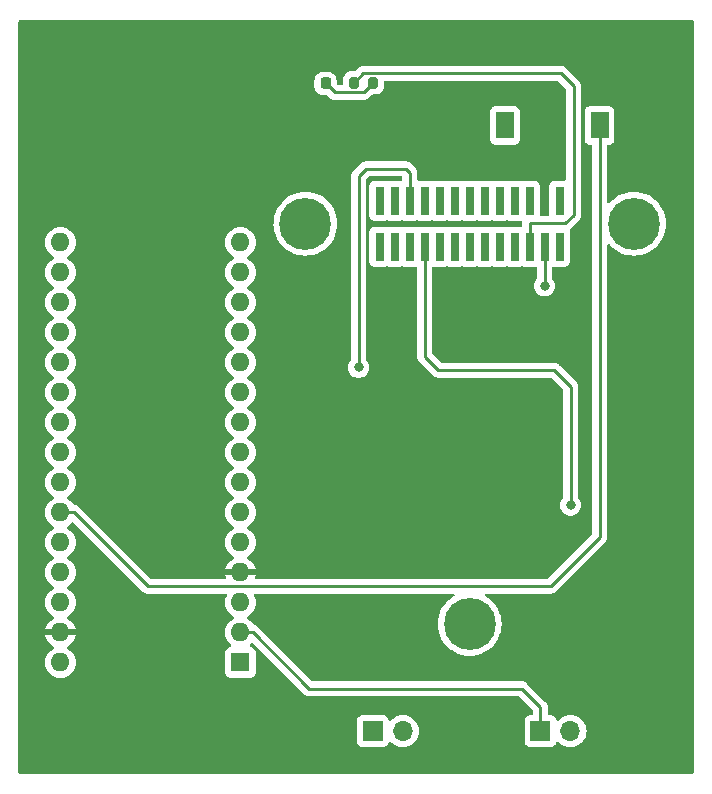
<source format=gbr>
%TF.GenerationSoftware,KiCad,Pcbnew,(7.0.0)*%
%TF.CreationDate,2023-04-30T12:38:49+09:00*%
%TF.ProjectId,RES_project,5245535f-7072-46f6-9a65-63742e6b6963,rev?*%
%TF.SameCoordinates,Original*%
%TF.FileFunction,Copper,L1,Top*%
%TF.FilePolarity,Positive*%
%FSLAX46Y46*%
G04 Gerber Fmt 4.6, Leading zero omitted, Abs format (unit mm)*
G04 Created by KiCad (PCBNEW (7.0.0)) date 2023-04-30 12:38:49*
%MOMM*%
%LPD*%
G01*
G04 APERTURE LIST*
G04 Aperture macros list*
%AMRoundRect*
0 Rectangle with rounded corners*
0 $1 Rounding radius*
0 $2 $3 $4 $5 $6 $7 $8 $9 X,Y pos of 4 corners*
0 Add a 4 corners polygon primitive as box body*
4,1,4,$2,$3,$4,$5,$6,$7,$8,$9,$2,$3,0*
0 Add four circle primitives for the rounded corners*
1,1,$1+$1,$2,$3*
1,1,$1+$1,$4,$5*
1,1,$1+$1,$6,$7*
1,1,$1+$1,$8,$9*
0 Add four rect primitives between the rounded corners*
20,1,$1+$1,$2,$3,$4,$5,0*
20,1,$1+$1,$4,$5,$6,$7,0*
20,1,$1+$1,$6,$7,$8,$9,0*
20,1,$1+$1,$8,$9,$2,$3,0*%
G04 Aperture macros list end*
%TA.AperFunction,SMDPad,CuDef*%
%ADD10R,1.524000X2.286000*%
%TD*%
%TA.AperFunction,ComponentPad*%
%ADD11R,1.700000X1.700000*%
%TD*%
%TA.AperFunction,ComponentPad*%
%ADD12O,1.700000X1.700000*%
%TD*%
%TA.AperFunction,ComponentPad*%
%ADD13C,4.400000*%
%TD*%
%TA.AperFunction,SMDPad,CuDef*%
%ADD14R,0.740000X2.400000*%
%TD*%
%TA.AperFunction,SMDPad,CuDef*%
%ADD15RoundRect,0.218750X-0.218750X-0.256250X0.218750X-0.256250X0.218750X0.256250X-0.218750X0.256250X0*%
%TD*%
%TA.AperFunction,ComponentPad*%
%ADD16R,1.600000X1.600000*%
%TD*%
%TA.AperFunction,ComponentPad*%
%ADD17O,1.600000X1.600000*%
%TD*%
%TA.AperFunction,SMDPad,CuDef*%
%ADD18RoundRect,0.200000X-0.200000X-0.275000X0.200000X-0.275000X0.200000X0.275000X-0.200000X0.275000X0*%
%TD*%
%TA.AperFunction,ViaPad*%
%ADD19C,0.800000*%
%TD*%
%TA.AperFunction,Conductor*%
%ADD20C,0.250000*%
%TD*%
G04 APERTURE END LIST*
D10*
%TO.P,SW2,1,A*%
%TO.N,unconnected-(SW2A-A-Pad1)*%
X70999999Y-36908499D03*
%TO.P,SW2,2,B*%
%TO.N,GND*%
X74999999Y-36908499D03*
%TO.P,SW2,3,C*%
%TO.N,Bootom*%
X78999999Y-36908499D03*
%TD*%
D11*
%TO.P,JP2,1,A*%
%TO.N,ard_RX*%
X73999999Y-88199999D03*
D12*
%TO.P,JP2,2,B*%
%TO.N,IM920_TX*%
X76539999Y-88199999D03*
%TD*%
D13*
%TO.P,U1,*%
%TO.N,*%
X81900000Y-45240000D03*
X68000000Y-79140000D03*
X54100000Y-45240000D03*
D14*
%TO.P,U1,1,IO1/RTS*%
%TO.N,unconnected-(U1-IO1{slash}RTS-Pad1)*%
X60379999Y-47189999D03*
%TO.P,U1,2,IO2*%
%TO.N,unconnected-(U1-IO2-Pad2)*%
X60379999Y-43289999D03*
%TO.P,U1,3,IO3*%
%TO.N,unconnected-(U1-IO3-Pad3)*%
X61649999Y-47189999D03*
%TO.P,U1,4,IO4*%
%TO.N,unconnected-(U1-IO4-Pad4)*%
X61649999Y-43289999D03*
%TO.P,U1,5,IO5*%
%TO.N,unconnected-(U1-IO5-Pad5)*%
X62919999Y-47189999D03*
%TO.P,U1,6,IO6/RxD*%
%TO.N,IM920_RX*%
X62919999Y-43289999D03*
%TO.P,U1,7,IO7/TxD*%
%TO.N,IM920_TX*%
X64189999Y-47189999D03*
%TO.P,U1,8,IO8*%
%TO.N,unconnected-(U1-IO8-Pad8)*%
X64189999Y-43289999D03*
%TO.P,U1,9,IO9*%
%TO.N,unconnected-(U1-IO9-Pad9)*%
X65459999Y-47189999D03*
%TO.P,U1,10,IO10*%
%TO.N,unconnected-(U1-IO10-Pad10)*%
X65459999Y-43289999D03*
%TO.P,U1,11,NC*%
%TO.N,unconnected-(U1-NC-Pad11)*%
X66729999Y-47189999D03*
%TO.P,U1,12,NC*%
%TO.N,unconnected-(U1-NC-Pad12)*%
X66729999Y-43289999D03*
%TO.P,U1,13,NC*%
%TO.N,unconnected-(U1-NC-Pad13)*%
X67999999Y-47189999D03*
%TO.P,U1,14,NC*%
%TO.N,unconnected-(U1-NC-Pad14)*%
X67999999Y-43289999D03*
%TO.P,U1,15,NC*%
%TO.N,unconnected-(U1-NC-Pad15)*%
X69269999Y-47189999D03*
%TO.P,U1,16,NC*%
%TO.N,unconnected-(U1-NC-Pad16)*%
X69269999Y-43289999D03*
%TO.P,U1,17,NC*%
%TO.N,unconnected-(U1-NC-Pad17)*%
X70539999Y-47189999D03*
%TO.P,U1,18,NC*%
%TO.N,unconnected-(U1-NC-Pad18)*%
X70539999Y-43289999D03*
%TO.P,U1,19,NC*%
%TO.N,unconnected-(U1-NC-Pad19)*%
X71809999Y-47189999D03*
%TO.P,U1,20,NC*%
%TO.N,unconnected-(U1-NC-Pad20)*%
X71809999Y-43289999D03*
%TO.P,U1,21,STATUS*%
%TO.N,STS*%
X73079999Y-47189999D03*
%TO.P,U1,22,REG*%
%TO.N,unconnected-(U1-REG-Pad22)*%
X73079999Y-43289999D03*
%TO.P,U1,23,VCC*%
%TO.N,+3.3V*%
X74349999Y-47189999D03*
%TO.P,U1,24,GND*%
%TO.N,GND*%
X74349999Y-43289999D03*
%TO.P,U1,25,RESET*%
%TO.N,unconnected-(U1-RESET-Pad25)*%
X75619999Y-47189999D03*
%TO.P,U1,26,TEST*%
%TO.N,unconnected-(U1-TEST-Pad26)*%
X75619999Y-43289999D03*
%TD*%
D15*
%TO.P,D1,1,K*%
%TO.N,GND*%
X54225000Y-33360000D03*
%TO.P,D1,2,A*%
%TO.N,Net-(D1-A)*%
X55800000Y-33360000D03*
%TD*%
D16*
%TO.P,A1,1,D1/TX*%
%TO.N,ard_TX*%
X48599999Y-82379999D03*
D17*
%TO.P,A1,2,D0/RX*%
%TO.N,ard_RX*%
X48599999Y-79839999D03*
%TO.P,A1,3,~{RESET}*%
%TO.N,unconnected-(A1-~{RESET}-Pad3)*%
X48599999Y-77299999D03*
%TO.P,A1,4,GND*%
%TO.N,GND*%
X48599999Y-74759999D03*
%TO.P,A1,5,D2*%
%TO.N,unconnected-(A1-D2-Pad5)*%
X48599999Y-72219999D03*
%TO.P,A1,6,D3*%
%TO.N,unconnected-(A1-D3-Pad6)*%
X48599999Y-69679999D03*
%TO.P,A1,7,D4*%
%TO.N,unconnected-(A1-D4-Pad7)*%
X48599999Y-67139999D03*
%TO.P,A1,8,D5*%
%TO.N,unconnected-(A1-D5-Pad8)*%
X48599999Y-64599999D03*
%TO.P,A1,9,D6*%
%TO.N,unconnected-(A1-D6-Pad9)*%
X48599999Y-62059999D03*
%TO.P,A1,10,D7*%
%TO.N,unconnected-(A1-D7-Pad10)*%
X48599999Y-59519999D03*
%TO.P,A1,11,D8*%
%TO.N,unconnected-(A1-D8-Pad11)*%
X48599999Y-56979999D03*
%TO.P,A1,12,D9*%
%TO.N,unconnected-(A1-D9-Pad12)*%
X48599999Y-54439999D03*
%TO.P,A1,13,D10*%
%TO.N,unconnected-(A1-D10-Pad13)*%
X48599999Y-51899999D03*
%TO.P,A1,14,D11*%
%TO.N,unconnected-(A1-D11-Pad14)*%
X48599999Y-49359999D03*
%TO.P,A1,15,D12*%
%TO.N,unconnected-(A1-D12-Pad15)*%
X48599999Y-46819999D03*
%TO.P,A1,16,D13*%
%TO.N,unconnected-(A1-D13-Pad16)*%
X33359999Y-46819999D03*
%TO.P,A1,17,3V3*%
%TO.N,+3.3V*%
X33359999Y-49359999D03*
%TO.P,A1,18,AREF*%
%TO.N,unconnected-(A1-AREF-Pad18)*%
X33359999Y-51899999D03*
%TO.P,A1,19,A0*%
%TO.N,unconnected-(A1-A0-Pad19)*%
X33359999Y-54439999D03*
%TO.P,A1,20,A1*%
%TO.N,unconnected-(A1-A1-Pad20)*%
X33359999Y-56979999D03*
%TO.P,A1,21,A2*%
%TO.N,unconnected-(A1-A2-Pad21)*%
X33359999Y-59519999D03*
%TO.P,A1,22,A3*%
%TO.N,unconnected-(A1-A3-Pad22)*%
X33359999Y-62059999D03*
%TO.P,A1,23,A4*%
%TO.N,unconnected-(A1-A4-Pad23)*%
X33359999Y-64599999D03*
%TO.P,A1,24,A5*%
%TO.N,unconnected-(A1-A5-Pad24)*%
X33359999Y-67139999D03*
%TO.P,A1,25,A6*%
%TO.N,Bootom*%
X33359999Y-69679999D03*
%TO.P,A1,26,A7*%
%TO.N,unconnected-(A1-A7-Pad26)*%
X33359999Y-72219999D03*
%TO.P,A1,27,+5V*%
%TO.N,unconnected-(A1-+5V-Pad27)*%
X33359999Y-74759999D03*
%TO.P,A1,28,~{RESET}*%
%TO.N,unconnected-(A1-~{RESET}-Pad28)*%
X33359999Y-77299999D03*
%TO.P,A1,29,GND*%
%TO.N,GND*%
X33359999Y-79839999D03*
%TO.P,A1,30,VIN*%
%TO.N,unconnected-(A1-VIN-Pad30)*%
X33359999Y-82379999D03*
%TD*%
D18*
%TO.P,R1,1*%
%TO.N,STS*%
X58197500Y-33320000D03*
%TO.P,R1,2*%
%TO.N,Net-(D1-A)*%
X59847500Y-33320000D03*
%TD*%
D11*
%TO.P,JP1,1,A*%
%TO.N,ard_TX*%
X59799999Y-88199999D03*
D12*
%TO.P,JP1,2,B*%
%TO.N,IM920_RX*%
X62339999Y-88199999D03*
%TD*%
D19*
%TO.N,+3.3V*%
X74350000Y-50498200D03*
%TO.N,IM920_RX*%
X58600000Y-57400000D03*
%TO.N,IM920_TX*%
X76550000Y-69050000D03*
%TD*%
D20*
%TO.N,ard_RX*%
X74000000Y-88200000D02*
X74000000Y-86200000D01*
X72400000Y-84600000D02*
X54400000Y-84600000D01*
X49640000Y-79840000D02*
X48600000Y-79840000D01*
X74000000Y-86200000D02*
X72400000Y-84600000D01*
X54400000Y-84600000D02*
X49640000Y-79840000D01*
%TO.N,GND*%
X48600000Y-74760000D02*
X49840000Y-74760000D01*
X54225000Y-35050000D02*
X54225000Y-33360000D01*
X74456500Y-36560000D02*
X74350000Y-36666500D01*
X51200000Y-38075000D02*
X54225000Y-35050000D01*
X75000000Y-36560000D02*
X74456500Y-36560000D01*
X73850000Y-35050000D02*
X74456500Y-35656500D01*
X74350000Y-36666500D02*
X74350000Y-43290000D01*
X54225000Y-35050000D02*
X73850000Y-35050000D01*
X51200000Y-73400000D02*
X51200000Y-38075000D01*
X74456500Y-35656500D02*
X74456500Y-36560000D01*
X49840000Y-74760000D02*
X51200000Y-73400000D01*
%TO.N,+3.3V*%
X74350000Y-47190000D02*
X74350000Y-48715100D01*
X74350000Y-48715100D02*
X74350000Y-50498200D01*
%TO.N,Bootom*%
X74869200Y-75930800D02*
X79000000Y-71800000D01*
X40735900Y-75930800D02*
X74869200Y-75930800D01*
X34485100Y-69680000D02*
X40735900Y-75930800D01*
X79000000Y-71800000D02*
X79000000Y-36560000D01*
X33360000Y-69680000D02*
X34485100Y-69680000D01*
%TO.N,Net-(D1-A)*%
X55800000Y-33360000D02*
X56562300Y-34122300D01*
X59045200Y-34122300D02*
X59847500Y-33320000D01*
X56562300Y-34122300D02*
X59045200Y-34122300D01*
%TO.N,STS*%
X76800000Y-33600000D02*
X76800000Y-44500000D01*
X58197500Y-33320000D02*
X59004600Y-32512900D01*
X75712900Y-32512900D02*
X76800000Y-33600000D01*
X76800000Y-44500000D02*
X76100000Y-45200000D01*
X76100000Y-45200000D02*
X73080000Y-45200000D01*
X73080000Y-45200000D02*
X73080000Y-47190000D01*
X59004600Y-32512900D02*
X75712900Y-32512900D01*
%TO.N,IM920_RX*%
X62920000Y-40920000D02*
X62920000Y-43290000D01*
X58600000Y-41200000D02*
X59200000Y-40600000D01*
X62600000Y-40600000D02*
X62920000Y-40920000D01*
X58600000Y-57400000D02*
X58600000Y-41200000D01*
X59200000Y-40600000D02*
X62600000Y-40600000D01*
%TO.N,IM920_TX*%
X64190000Y-56490000D02*
X64190000Y-47190000D01*
X76550000Y-69050000D02*
X76550000Y-59050000D01*
X76550000Y-59050000D02*
X75150000Y-57650000D01*
X65350000Y-57650000D02*
X64190000Y-56490000D01*
X75150000Y-57650000D02*
X65350000Y-57650000D01*
%TD*%
%TA.AperFunction,Conductor*%
%TO.N,GND*%
G36*
X86937500Y-28017113D02*
G01*
X86982887Y-28062500D01*
X86999500Y-28124500D01*
X86999500Y-91675500D01*
X86982887Y-91737500D01*
X86937500Y-91782887D01*
X86875500Y-91799500D01*
X29924500Y-91799500D01*
X29862500Y-91782887D01*
X29817113Y-91737500D01*
X29800500Y-91675500D01*
X29800500Y-89094578D01*
X58449500Y-89094578D01*
X58449501Y-89097872D01*
X58449853Y-89101150D01*
X58449854Y-89101161D01*
X58455079Y-89149768D01*
X58455080Y-89149773D01*
X58455909Y-89157483D01*
X58458619Y-89164749D01*
X58458620Y-89164753D01*
X58484695Y-89234663D01*
X58506204Y-89292331D01*
X58511518Y-89299430D01*
X58511519Y-89299431D01*
X58567367Y-89374035D01*
X58592454Y-89407546D01*
X58707669Y-89493796D01*
X58842517Y-89544091D01*
X58902127Y-89550500D01*
X60697872Y-89550499D01*
X60757483Y-89544091D01*
X60892331Y-89493796D01*
X61007546Y-89407546D01*
X61093796Y-89292331D01*
X61142810Y-89160916D01*
X61177789Y-89110537D01*
X61232634Y-89083084D01*
X61293927Y-89085273D01*
X61346673Y-89116569D01*
X61468599Y-89238495D01*
X61473031Y-89241598D01*
X61473033Y-89241600D01*
X61617260Y-89342589D01*
X61662170Y-89374035D01*
X61876337Y-89473903D01*
X62104592Y-89535063D01*
X62340000Y-89555659D01*
X62575408Y-89535063D01*
X62803663Y-89473903D01*
X63017830Y-89374035D01*
X63211401Y-89238495D01*
X63378495Y-89071401D01*
X63514035Y-88877830D01*
X63613903Y-88663663D01*
X63675063Y-88435408D01*
X63695659Y-88200000D01*
X63675063Y-87964592D01*
X63613903Y-87736337D01*
X63514035Y-87522171D01*
X63378495Y-87328599D01*
X63211401Y-87161505D01*
X63206970Y-87158402D01*
X63206966Y-87158399D01*
X63022259Y-87029066D01*
X63022257Y-87029064D01*
X63017830Y-87025965D01*
X63012933Y-87023681D01*
X63012927Y-87023678D01*
X62808572Y-86928386D01*
X62808570Y-86928385D01*
X62803663Y-86926097D01*
X62798438Y-86924697D01*
X62798430Y-86924694D01*
X62580634Y-86866337D01*
X62580630Y-86866336D01*
X62575408Y-86864937D01*
X62570020Y-86864465D01*
X62570017Y-86864465D01*
X62345395Y-86844813D01*
X62340000Y-86844341D01*
X62334605Y-86844813D01*
X62109982Y-86864465D01*
X62109977Y-86864465D01*
X62104592Y-86864937D01*
X62099371Y-86866335D01*
X62099365Y-86866337D01*
X61881569Y-86924694D01*
X61881557Y-86924698D01*
X61876337Y-86926097D01*
X61871432Y-86928383D01*
X61871427Y-86928386D01*
X61667081Y-87023675D01*
X61667077Y-87023677D01*
X61662171Y-87025965D01*
X61657738Y-87029068D01*
X61657731Y-87029073D01*
X61473034Y-87158399D01*
X61473029Y-87158402D01*
X61468599Y-87161505D01*
X61464774Y-87165329D01*
X61464775Y-87165329D01*
X61346673Y-87283431D01*
X61293926Y-87314726D01*
X61232633Y-87316915D01*
X61177789Y-87289462D01*
X61142810Y-87239082D01*
X61115304Y-87165336D01*
X61093796Y-87107669D01*
X61007546Y-86992454D01*
X60917030Y-86924694D01*
X60899431Y-86911519D01*
X60899430Y-86911518D01*
X60892331Y-86906204D01*
X60785442Y-86866337D01*
X60764752Y-86858620D01*
X60764750Y-86858619D01*
X60757483Y-86855909D01*
X60749770Y-86855079D01*
X60749767Y-86855079D01*
X60701180Y-86849855D01*
X60701169Y-86849854D01*
X60697873Y-86849500D01*
X60694550Y-86849500D01*
X58905439Y-86849500D01*
X58905420Y-86849500D01*
X58902128Y-86849501D01*
X58898850Y-86849853D01*
X58898838Y-86849854D01*
X58850231Y-86855079D01*
X58850225Y-86855080D01*
X58842517Y-86855909D01*
X58835252Y-86858618D01*
X58835246Y-86858620D01*
X58715980Y-86903104D01*
X58715978Y-86903104D01*
X58707669Y-86906204D01*
X58700572Y-86911516D01*
X58700568Y-86911519D01*
X58599550Y-86987141D01*
X58599546Y-86987144D01*
X58592454Y-86992454D01*
X58587144Y-86999546D01*
X58587141Y-86999550D01*
X58511519Y-87100568D01*
X58511516Y-87100572D01*
X58506204Y-87107669D01*
X58503104Y-87115978D01*
X58503104Y-87115980D01*
X58458620Y-87235247D01*
X58458619Y-87235250D01*
X58455909Y-87242517D01*
X58455079Y-87250227D01*
X58455079Y-87250232D01*
X58449855Y-87298819D01*
X58449854Y-87298831D01*
X58449500Y-87302127D01*
X58449500Y-87305448D01*
X58449500Y-87305449D01*
X58449500Y-89094560D01*
X58449500Y-89094578D01*
X29800500Y-89094578D01*
X29800500Y-82380000D01*
X32054532Y-82380000D01*
X32074365Y-82606692D01*
X32075762Y-82611907D01*
X32075764Y-82611916D01*
X32131858Y-82821263D01*
X32131861Y-82821271D01*
X32133261Y-82826496D01*
X32229432Y-83032734D01*
X32359953Y-83219139D01*
X32520861Y-83380047D01*
X32707266Y-83510568D01*
X32913504Y-83606739D01*
X32918734Y-83608140D01*
X32918736Y-83608141D01*
X33128083Y-83664235D01*
X33133308Y-83665635D01*
X33360000Y-83685468D01*
X33586692Y-83665635D01*
X33806496Y-83606739D01*
X34012734Y-83510568D01*
X34199139Y-83380047D01*
X34360047Y-83219139D01*
X34490568Y-83032734D01*
X34586739Y-82826496D01*
X34645635Y-82606692D01*
X34665468Y-82380000D01*
X34645635Y-82153308D01*
X34586739Y-81933504D01*
X34490568Y-81727266D01*
X34360047Y-81540861D01*
X34199139Y-81379953D01*
X34012734Y-81249432D01*
X34007831Y-81247145D01*
X34007823Y-81247141D01*
X33954134Y-81222106D01*
X33901958Y-81176349D01*
X33882539Y-81109723D01*
X33901959Y-81043098D01*
X33954135Y-80997341D01*
X34007585Y-80972417D01*
X34016912Y-80967032D01*
X34194381Y-80842767D01*
X34202647Y-80835830D01*
X34355830Y-80682647D01*
X34362767Y-80674381D01*
X34487032Y-80496912D01*
X34492420Y-80487580D01*
X34583977Y-80291234D01*
X34587669Y-80281092D01*
X34635179Y-80103780D01*
X34635547Y-80092551D01*
X34624605Y-80090000D01*
X32095395Y-80090000D01*
X32084452Y-80092551D01*
X32084820Y-80103780D01*
X32132330Y-80281092D01*
X32136022Y-80291234D01*
X32227579Y-80487580D01*
X32232967Y-80496912D01*
X32357232Y-80674381D01*
X32364169Y-80682647D01*
X32517352Y-80835830D01*
X32525618Y-80842767D01*
X32703087Y-80967032D01*
X32712423Y-80972422D01*
X32765864Y-80997342D01*
X32818040Y-81043098D01*
X32837460Y-81109723D01*
X32818041Y-81176348D01*
X32765865Y-81222106D01*
X32707266Y-81249432D01*
X32702833Y-81252535D01*
X32702826Y-81252540D01*
X32525296Y-81376847D01*
X32525291Y-81376850D01*
X32520861Y-81379953D01*
X32517037Y-81383776D01*
X32517031Y-81383782D01*
X32363782Y-81537031D01*
X32363776Y-81537037D01*
X32359953Y-81540861D01*
X32356850Y-81545291D01*
X32356847Y-81545296D01*
X32232540Y-81722826D01*
X32232535Y-81722833D01*
X32229432Y-81727266D01*
X32227144Y-81732172D01*
X32227142Y-81732176D01*
X32135550Y-81928594D01*
X32135547Y-81928599D01*
X32133261Y-81933504D01*
X32131862Y-81938724D01*
X32131858Y-81938736D01*
X32075764Y-82148083D01*
X32075762Y-82148094D01*
X32074365Y-82153308D01*
X32054532Y-82380000D01*
X29800500Y-82380000D01*
X29800500Y-77300000D01*
X32054532Y-77300000D01*
X32055004Y-77305395D01*
X32058811Y-77348915D01*
X32074365Y-77526692D01*
X32075762Y-77531907D01*
X32075764Y-77531916D01*
X32131858Y-77741263D01*
X32131861Y-77741271D01*
X32133261Y-77746496D01*
X32229432Y-77952734D01*
X32359953Y-78139139D01*
X32520861Y-78300047D01*
X32707266Y-78430568D01*
X32712175Y-78432857D01*
X32712180Y-78432860D01*
X32765864Y-78457893D01*
X32818040Y-78503649D01*
X32837460Y-78570274D01*
X32818041Y-78636899D01*
X32765866Y-78682657D01*
X32712416Y-78707581D01*
X32703087Y-78712967D01*
X32525618Y-78837232D01*
X32517352Y-78844169D01*
X32364169Y-78997352D01*
X32357232Y-79005618D01*
X32232967Y-79183087D01*
X32227579Y-79192419D01*
X32136022Y-79388765D01*
X32132330Y-79398907D01*
X32084820Y-79576219D01*
X32084452Y-79587448D01*
X32095395Y-79590000D01*
X34624605Y-79590000D01*
X34635547Y-79587448D01*
X34635179Y-79576219D01*
X34587669Y-79398907D01*
X34583977Y-79388765D01*
X34492420Y-79192419D01*
X34487032Y-79183087D01*
X34362767Y-79005618D01*
X34355830Y-78997352D01*
X34202647Y-78844169D01*
X34194381Y-78837232D01*
X34016912Y-78712967D01*
X34007579Y-78707579D01*
X33954134Y-78682657D01*
X33901958Y-78636899D01*
X33882539Y-78570274D01*
X33901959Y-78503649D01*
X33954131Y-78457894D01*
X34012734Y-78430568D01*
X34199139Y-78300047D01*
X34360047Y-78139139D01*
X34490568Y-77952734D01*
X34586739Y-77746496D01*
X34645635Y-77526692D01*
X34665468Y-77300000D01*
X34645635Y-77073308D01*
X34644235Y-77068083D01*
X34588141Y-76858736D01*
X34588140Y-76858734D01*
X34586739Y-76853504D01*
X34490568Y-76647266D01*
X34360047Y-76460861D01*
X34199139Y-76299953D01*
X34012734Y-76169432D01*
X34007827Y-76167143D01*
X34007817Y-76167138D01*
X33954724Y-76142380D01*
X33902549Y-76096623D01*
X33883130Y-76029997D01*
X33902550Y-75963372D01*
X33954723Y-75917618D01*
X34012734Y-75890568D01*
X34199139Y-75760047D01*
X34360047Y-75599139D01*
X34490568Y-75412734D01*
X34586739Y-75206496D01*
X34645635Y-74986692D01*
X34665468Y-74760000D01*
X34645635Y-74533308D01*
X34586739Y-74313504D01*
X34490568Y-74107266D01*
X34360047Y-73920861D01*
X34199139Y-73759953D01*
X34012734Y-73629432D01*
X33954724Y-73602381D01*
X33902549Y-73556625D01*
X33883130Y-73490000D01*
X33902549Y-73423375D01*
X33954725Y-73377618D01*
X34012734Y-73350568D01*
X34199139Y-73220047D01*
X34360047Y-73059139D01*
X34490568Y-72872734D01*
X34586739Y-72666496D01*
X34645635Y-72446692D01*
X34665468Y-72220000D01*
X34645635Y-71993308D01*
X34642888Y-71983056D01*
X34588141Y-71778736D01*
X34588140Y-71778734D01*
X34586739Y-71773504D01*
X34490568Y-71567266D01*
X34360047Y-71380861D01*
X34199139Y-71219953D01*
X34012734Y-71089432D01*
X33954724Y-71062381D01*
X33902549Y-71016625D01*
X33883130Y-70950000D01*
X33902549Y-70883375D01*
X33954725Y-70837618D01*
X34012734Y-70810568D01*
X34199139Y-70680047D01*
X34312169Y-70567016D01*
X34367753Y-70534925D01*
X34431940Y-70534925D01*
X34487528Y-70567019D01*
X40238607Y-76318098D01*
X40246059Y-76326287D01*
X40250114Y-76332677D01*
X40299123Y-76378700D01*
X40301919Y-76381410D01*
X40321429Y-76400920D01*
X40324609Y-76403387D01*
X40333471Y-76410955D01*
X40346780Y-76423454D01*
X40359632Y-76435523D01*
X40359634Y-76435524D01*
X40365318Y-76440862D01*
X40372151Y-76444618D01*
X40372152Y-76444619D01*
X40382873Y-76450513D01*
X40399134Y-76461194D01*
X40414964Y-76473473D01*
X40455055Y-76490821D01*
X40465535Y-76495955D01*
X40503808Y-76516997D01*
X40523216Y-76521980D01*
X40541619Y-76528281D01*
X40552844Y-76533139D01*
X40552846Y-76533139D01*
X40560004Y-76536237D01*
X40603158Y-76543071D01*
X40614544Y-76545429D01*
X40656881Y-76556300D01*
X40676917Y-76556300D01*
X40696315Y-76557827D01*
X40708386Y-76559739D01*
X40708387Y-76559739D01*
X40716096Y-76560960D01*
X40754176Y-76557360D01*
X40759576Y-76556850D01*
X40771245Y-76556300D01*
X47317209Y-76556300D01*
X47376852Y-76571586D01*
X47421790Y-76613675D01*
X47440944Y-76672190D01*
X47429591Y-76732705D01*
X47375550Y-76848594D01*
X47375547Y-76848599D01*
X47373261Y-76853504D01*
X47371862Y-76858724D01*
X47371858Y-76858736D01*
X47315764Y-77068083D01*
X47315762Y-77068094D01*
X47314365Y-77073308D01*
X47313893Y-77078693D01*
X47313893Y-77078698D01*
X47295004Y-77294605D01*
X47294532Y-77300000D01*
X47295004Y-77305395D01*
X47298811Y-77348915D01*
X47314365Y-77526692D01*
X47315762Y-77531907D01*
X47315764Y-77531916D01*
X47371858Y-77741263D01*
X47371861Y-77741271D01*
X47373261Y-77746496D01*
X47469432Y-77952734D01*
X47599953Y-78139139D01*
X47760861Y-78300047D01*
X47947266Y-78430568D01*
X47952172Y-78432855D01*
X47952176Y-78432858D01*
X48005274Y-78457618D01*
X48057450Y-78503375D01*
X48076869Y-78570000D01*
X48057450Y-78636625D01*
X48005274Y-78682382D01*
X47952176Y-78707141D01*
X47952163Y-78707148D01*
X47947266Y-78709432D01*
X47942833Y-78712535D01*
X47942826Y-78712540D01*
X47765296Y-78836847D01*
X47765291Y-78836850D01*
X47760861Y-78839953D01*
X47757037Y-78843776D01*
X47757031Y-78843782D01*
X47603782Y-78997031D01*
X47603776Y-78997037D01*
X47599953Y-79000861D01*
X47596850Y-79005291D01*
X47596847Y-79005296D01*
X47472540Y-79182826D01*
X47472535Y-79182833D01*
X47469432Y-79187266D01*
X47467144Y-79192172D01*
X47467142Y-79192176D01*
X47375550Y-79388594D01*
X47375547Y-79388599D01*
X47373261Y-79393504D01*
X47371862Y-79398724D01*
X47371858Y-79398736D01*
X47315764Y-79608083D01*
X47315762Y-79608094D01*
X47314365Y-79613308D01*
X47294532Y-79840000D01*
X47314365Y-80066692D01*
X47315762Y-80071907D01*
X47315764Y-80071916D01*
X47371858Y-80281263D01*
X47371861Y-80281271D01*
X47373261Y-80286496D01*
X47469432Y-80492734D01*
X47599953Y-80679139D01*
X47760861Y-80840047D01*
X47785463Y-80857273D01*
X47824600Y-80902114D01*
X47838334Y-80960028D01*
X47823501Y-81017669D01*
X47783517Y-81061758D01*
X47727595Y-81082138D01*
X47700230Y-81085079D01*
X47700223Y-81085080D01*
X47692517Y-81085909D01*
X47685252Y-81088618D01*
X47685246Y-81088620D01*
X47565980Y-81133104D01*
X47565978Y-81133104D01*
X47557669Y-81136204D01*
X47550572Y-81141516D01*
X47550568Y-81141519D01*
X47449550Y-81217141D01*
X47449546Y-81217144D01*
X47442454Y-81222454D01*
X47437144Y-81229546D01*
X47437141Y-81229550D01*
X47361519Y-81330568D01*
X47361516Y-81330572D01*
X47356204Y-81337669D01*
X47353104Y-81345978D01*
X47353104Y-81345980D01*
X47308620Y-81465247D01*
X47308619Y-81465250D01*
X47305909Y-81472517D01*
X47305079Y-81480227D01*
X47305079Y-81480232D01*
X47299855Y-81528819D01*
X47299854Y-81528831D01*
X47299500Y-81532127D01*
X47299500Y-81535448D01*
X47299500Y-81535449D01*
X47299500Y-83224560D01*
X47299500Y-83224578D01*
X47299501Y-83227872D01*
X47299853Y-83231150D01*
X47299854Y-83231161D01*
X47305079Y-83279768D01*
X47305080Y-83279773D01*
X47305909Y-83287483D01*
X47308619Y-83294749D01*
X47308620Y-83294753D01*
X47339005Y-83376217D01*
X47356204Y-83422331D01*
X47442454Y-83537546D01*
X47557669Y-83623796D01*
X47692517Y-83674091D01*
X47752127Y-83680500D01*
X49447872Y-83680499D01*
X49507483Y-83674091D01*
X49642331Y-83623796D01*
X49757546Y-83537546D01*
X49843796Y-83422331D01*
X49894091Y-83287483D01*
X49900500Y-83227873D01*
X49900499Y-81532128D01*
X49894091Y-81472517D01*
X49843796Y-81337669D01*
X49757546Y-81222454D01*
X49695956Y-81176348D01*
X49649431Y-81141519D01*
X49649430Y-81141518D01*
X49642331Y-81136204D01*
X49507483Y-81085909D01*
X49499770Y-81085079D01*
X49499767Y-81085079D01*
X49472402Y-81082137D01*
X49416480Y-81061757D01*
X49376497Y-81017667D01*
X49361665Y-80960025D01*
X49375400Y-80902112D01*
X49414536Y-80857273D01*
X49439139Y-80840047D01*
X49509617Y-80769569D01*
X49565204Y-80737475D01*
X49629392Y-80737475D01*
X49684979Y-80769569D01*
X53902707Y-84987297D01*
X53910156Y-84995483D01*
X53914214Y-85001877D01*
X53919899Y-85007215D01*
X53919901Y-85007218D01*
X53963239Y-85047915D01*
X53966035Y-85050625D01*
X53985530Y-85070120D01*
X53988615Y-85072513D01*
X53988701Y-85072580D01*
X53997573Y-85080158D01*
X54029418Y-85110062D01*
X54036248Y-85113817D01*
X54036251Y-85113819D01*
X54046971Y-85119712D01*
X54063222Y-85130386D01*
X54079064Y-85142674D01*
X54086221Y-85145771D01*
X54086223Y-85145772D01*
X54119155Y-85160022D01*
X54129650Y-85165164D01*
X54167908Y-85186197D01*
X54187312Y-85191179D01*
X54205714Y-85197480D01*
X54216941Y-85202338D01*
X54224105Y-85205438D01*
X54261697Y-85211391D01*
X54267239Y-85212269D01*
X54278682Y-85214639D01*
X54313425Y-85223560D01*
X54313426Y-85223560D01*
X54320981Y-85225500D01*
X54341017Y-85225500D01*
X54360402Y-85227025D01*
X54380196Y-85230160D01*
X54418276Y-85226560D01*
X54423676Y-85226050D01*
X54435345Y-85225500D01*
X72089548Y-85225500D01*
X72137001Y-85234939D01*
X72177229Y-85261819D01*
X73338181Y-86422771D01*
X73365061Y-86462999D01*
X73374500Y-86510452D01*
X73374500Y-86725501D01*
X73357887Y-86787501D01*
X73312500Y-86832888D01*
X73250500Y-86849501D01*
X73102128Y-86849501D01*
X73098850Y-86849853D01*
X73098838Y-86849854D01*
X73050231Y-86855079D01*
X73050225Y-86855080D01*
X73042517Y-86855909D01*
X73035252Y-86858618D01*
X73035246Y-86858620D01*
X72915980Y-86903104D01*
X72915978Y-86903104D01*
X72907669Y-86906204D01*
X72900572Y-86911516D01*
X72900568Y-86911519D01*
X72799550Y-86987141D01*
X72799546Y-86987144D01*
X72792454Y-86992454D01*
X72787144Y-86999546D01*
X72787141Y-86999550D01*
X72711519Y-87100568D01*
X72711516Y-87100572D01*
X72706204Y-87107669D01*
X72703104Y-87115978D01*
X72703104Y-87115980D01*
X72658620Y-87235247D01*
X72658619Y-87235250D01*
X72655909Y-87242517D01*
X72655079Y-87250227D01*
X72655079Y-87250232D01*
X72649855Y-87298819D01*
X72649854Y-87298831D01*
X72649500Y-87302127D01*
X72649500Y-87305448D01*
X72649500Y-87305449D01*
X72649500Y-89094560D01*
X72649500Y-89094578D01*
X72649501Y-89097872D01*
X72649853Y-89101150D01*
X72649854Y-89101161D01*
X72655079Y-89149768D01*
X72655080Y-89149773D01*
X72655909Y-89157483D01*
X72658619Y-89164749D01*
X72658620Y-89164753D01*
X72684695Y-89234663D01*
X72706204Y-89292331D01*
X72711518Y-89299430D01*
X72711519Y-89299431D01*
X72767367Y-89374035D01*
X72792454Y-89407546D01*
X72907669Y-89493796D01*
X73042517Y-89544091D01*
X73102127Y-89550500D01*
X74897872Y-89550499D01*
X74957483Y-89544091D01*
X75092331Y-89493796D01*
X75207546Y-89407546D01*
X75293796Y-89292331D01*
X75342810Y-89160916D01*
X75377789Y-89110537D01*
X75432634Y-89083084D01*
X75493927Y-89085273D01*
X75546673Y-89116569D01*
X75668599Y-89238495D01*
X75673031Y-89241598D01*
X75673033Y-89241600D01*
X75817260Y-89342589D01*
X75862170Y-89374035D01*
X76076337Y-89473903D01*
X76304592Y-89535063D01*
X76540000Y-89555659D01*
X76775408Y-89535063D01*
X77003663Y-89473903D01*
X77217830Y-89374035D01*
X77411401Y-89238495D01*
X77578495Y-89071401D01*
X77714035Y-88877830D01*
X77813903Y-88663663D01*
X77875063Y-88435408D01*
X77895659Y-88200000D01*
X77875063Y-87964592D01*
X77813903Y-87736337D01*
X77714035Y-87522171D01*
X77578495Y-87328599D01*
X77411401Y-87161505D01*
X77406970Y-87158402D01*
X77406966Y-87158399D01*
X77222259Y-87029066D01*
X77222257Y-87029064D01*
X77217830Y-87025965D01*
X77212933Y-87023681D01*
X77212927Y-87023678D01*
X77008572Y-86928386D01*
X77008570Y-86928385D01*
X77003663Y-86926097D01*
X76998438Y-86924697D01*
X76998430Y-86924694D01*
X76780634Y-86866337D01*
X76780630Y-86866336D01*
X76775408Y-86864937D01*
X76770020Y-86864465D01*
X76770017Y-86864465D01*
X76545395Y-86844813D01*
X76540000Y-86844341D01*
X76534605Y-86844813D01*
X76309982Y-86864465D01*
X76309977Y-86864465D01*
X76304592Y-86864937D01*
X76299371Y-86866335D01*
X76299365Y-86866337D01*
X76081569Y-86924694D01*
X76081557Y-86924698D01*
X76076337Y-86926097D01*
X76071432Y-86928383D01*
X76071427Y-86928386D01*
X75867081Y-87023675D01*
X75867077Y-87023677D01*
X75862171Y-87025965D01*
X75857738Y-87029068D01*
X75857731Y-87029073D01*
X75673034Y-87158399D01*
X75673029Y-87158402D01*
X75668599Y-87161505D01*
X75664774Y-87165329D01*
X75664775Y-87165329D01*
X75546673Y-87283431D01*
X75493926Y-87314726D01*
X75432633Y-87316915D01*
X75377789Y-87289462D01*
X75342810Y-87239082D01*
X75315304Y-87165336D01*
X75293796Y-87107669D01*
X75207546Y-86992454D01*
X75117030Y-86924694D01*
X75099431Y-86911519D01*
X75099430Y-86911518D01*
X75092331Y-86906204D01*
X74985442Y-86866337D01*
X74964752Y-86858620D01*
X74964750Y-86858619D01*
X74957483Y-86855909D01*
X74949770Y-86855079D01*
X74949767Y-86855079D01*
X74901180Y-86849855D01*
X74901169Y-86849854D01*
X74897873Y-86849500D01*
X74894551Y-86849500D01*
X74749500Y-86849500D01*
X74687500Y-86832887D01*
X74642113Y-86787500D01*
X74625500Y-86725500D01*
X74625500Y-86277775D01*
X74626021Y-86266719D01*
X74627673Y-86259333D01*
X74625561Y-86192113D01*
X74625500Y-86188219D01*
X74625500Y-86164542D01*
X74625500Y-86160650D01*
X74624998Y-86156683D01*
X74624081Y-86145026D01*
X74622710Y-86101373D01*
X74617118Y-86082128D01*
X74613174Y-86063083D01*
X74610664Y-86043208D01*
X74594579Y-86002583D01*
X74590806Y-85991562D01*
X74578618Y-85949610D01*
X74568417Y-85932360D01*
X74559863Y-85914901D01*
X74552486Y-85896268D01*
X74526808Y-85860925D01*
X74520401Y-85851171D01*
X74502142Y-85820296D01*
X74502141Y-85820294D01*
X74498170Y-85813580D01*
X74484005Y-85799415D01*
X74471370Y-85784622D01*
X74459594Y-85768413D01*
X74453583Y-85763440D01*
X74453581Y-85763438D01*
X74425941Y-85740573D01*
X74417300Y-85732710D01*
X72897286Y-84212695D01*
X72889842Y-84204514D01*
X72885786Y-84198123D01*
X72836775Y-84152098D01*
X72833978Y-84149387D01*
X72817227Y-84132636D01*
X72814471Y-84129880D01*
X72811290Y-84127412D01*
X72802414Y-84119830D01*
X72776269Y-84095278D01*
X72776267Y-84095276D01*
X72770582Y-84089938D01*
X72763749Y-84086182D01*
X72763743Y-84086177D01*
X72753025Y-84080285D01*
X72736766Y-84069606D01*
X72727095Y-84062104D01*
X72727092Y-84062102D01*
X72720936Y-84057327D01*
X72713779Y-84054229D01*
X72713776Y-84054228D01*
X72680849Y-84039978D01*
X72670363Y-84034841D01*
X72638932Y-84017562D01*
X72638923Y-84017558D01*
X72632092Y-84013803D01*
X72624535Y-84011862D01*
X72624531Y-84011861D01*
X72612688Y-84008820D01*
X72594284Y-84002519D01*
X72583057Y-83997660D01*
X72583050Y-83997658D01*
X72575896Y-83994562D01*
X72568192Y-83993341D01*
X72568190Y-83993341D01*
X72532759Y-83987729D01*
X72521324Y-83985361D01*
X72486571Y-83976438D01*
X72486563Y-83976437D01*
X72479019Y-83974500D01*
X72471223Y-83974500D01*
X72458983Y-83974500D01*
X72439597Y-83972974D01*
X72419804Y-83969840D01*
X72412038Y-83970574D01*
X72412035Y-83970574D01*
X72376324Y-83973950D01*
X72364655Y-83974500D01*
X54710452Y-83974500D01*
X54662999Y-83965061D01*
X54622771Y-83938181D01*
X50137286Y-79452695D01*
X50129842Y-79444514D01*
X50125786Y-79438123D01*
X50076775Y-79392098D01*
X50073978Y-79389387D01*
X50057227Y-79372636D01*
X50054471Y-79369880D01*
X50051290Y-79367412D01*
X50042414Y-79359830D01*
X50016269Y-79335278D01*
X50016267Y-79335276D01*
X50010582Y-79329938D01*
X50003749Y-79326182D01*
X50003743Y-79326177D01*
X49993025Y-79320285D01*
X49976766Y-79309606D01*
X49967095Y-79302104D01*
X49967092Y-79302102D01*
X49960936Y-79297327D01*
X49953779Y-79294229D01*
X49953776Y-79294228D01*
X49920849Y-79279978D01*
X49910363Y-79274841D01*
X49878932Y-79257562D01*
X49878923Y-79257558D01*
X49872092Y-79253803D01*
X49864535Y-79251862D01*
X49864531Y-79251861D01*
X49852688Y-79248820D01*
X49834284Y-79242519D01*
X49823057Y-79237660D01*
X49823050Y-79237658D01*
X49815896Y-79234562D01*
X49808191Y-79233341D01*
X49800699Y-79231165D01*
X49800916Y-79230414D01*
X49762841Y-79216175D01*
X49726982Y-79182144D01*
X49662191Y-79089613D01*
X49600047Y-79000861D01*
X49439139Y-78839953D01*
X49252734Y-78709432D01*
X49194724Y-78682381D01*
X49142549Y-78636625D01*
X49123130Y-78570000D01*
X49142549Y-78503375D01*
X49194725Y-78457618D01*
X49252734Y-78430568D01*
X49439139Y-78300047D01*
X49600047Y-78139139D01*
X49730568Y-77952734D01*
X49826739Y-77746496D01*
X49885635Y-77526692D01*
X49905468Y-77300000D01*
X49885635Y-77073308D01*
X49884235Y-77068083D01*
X49828141Y-76858736D01*
X49828140Y-76858734D01*
X49826739Y-76853504D01*
X49770408Y-76732704D01*
X49759056Y-76672190D01*
X49778210Y-76613675D01*
X49823148Y-76571586D01*
X49882791Y-76556300D01*
X66609158Y-76556300D01*
X66670725Y-76572664D01*
X66716042Y-76617437D01*
X66733149Y-76678802D01*
X66717530Y-76740562D01*
X66673308Y-76786416D01*
X66463137Y-76913470D01*
X66460195Y-76915774D01*
X66460189Y-76915779D01*
X66252239Y-77078698D01*
X66205964Y-77114952D01*
X66203318Y-77117597D01*
X66203310Y-77117605D01*
X65977605Y-77343310D01*
X65977597Y-77343318D01*
X65974952Y-77345964D01*
X65972640Y-77348914D01*
X65972640Y-77348915D01*
X65775779Y-77600189D01*
X65775774Y-77600195D01*
X65773470Y-77603137D01*
X65771540Y-77606328D01*
X65771532Y-77606341D01*
X65606392Y-77879515D01*
X65606384Y-77879528D01*
X65604455Y-77882721D01*
X65602921Y-77886128D01*
X65602918Y-77886135D01*
X65487327Y-78142968D01*
X65470373Y-78180639D01*
X65469260Y-78184210D01*
X65469258Y-78184216D01*
X65383978Y-78457893D01*
X65373179Y-78492547D01*
X65372505Y-78496224D01*
X65372502Y-78496237D01*
X65314965Y-78810207D01*
X65314962Y-78810223D01*
X65314290Y-78813896D01*
X65314064Y-78817625D01*
X65314063Y-78817637D01*
X65295051Y-79131946D01*
X65294564Y-79140000D01*
X65294790Y-79143736D01*
X65314063Y-79462362D01*
X65314064Y-79462372D01*
X65314290Y-79466104D01*
X65314963Y-79469778D01*
X65314965Y-79469792D01*
X65372502Y-79783762D01*
X65372504Y-79783771D01*
X65373179Y-79787453D01*
X65470373Y-80099361D01*
X65604455Y-80397279D01*
X65606388Y-80400477D01*
X65606392Y-80400484D01*
X65771532Y-80673658D01*
X65771536Y-80673663D01*
X65773470Y-80676863D01*
X65974952Y-80934036D01*
X66205964Y-81165048D01*
X66463137Y-81366530D01*
X66466339Y-81368466D01*
X66466341Y-81368467D01*
X66739515Y-81533607D01*
X66742721Y-81535545D01*
X67040639Y-81669627D01*
X67352547Y-81766821D01*
X67673896Y-81825710D01*
X68000000Y-81845436D01*
X68326104Y-81825710D01*
X68647453Y-81766821D01*
X68959361Y-81669627D01*
X69257279Y-81535545D01*
X69536863Y-81366530D01*
X69794036Y-81165048D01*
X70025048Y-80934036D01*
X70226530Y-80676863D01*
X70395545Y-80397279D01*
X70529627Y-80099361D01*
X70626821Y-79787453D01*
X70685710Y-79466104D01*
X70705436Y-79140000D01*
X70685710Y-78813896D01*
X70626821Y-78492547D01*
X70529627Y-78180639D01*
X70395545Y-77882721D01*
X70393607Y-77879515D01*
X70228467Y-77606341D01*
X70228466Y-77606339D01*
X70226530Y-77603137D01*
X70025048Y-77345964D01*
X69794036Y-77114952D01*
X69536863Y-76913470D01*
X69326691Y-76786416D01*
X69282470Y-76740562D01*
X69266851Y-76678802D01*
X69283958Y-76617437D01*
X69329275Y-76572664D01*
X69390842Y-76556300D01*
X74791425Y-76556300D01*
X74802480Y-76556821D01*
X74809867Y-76558473D01*
X74877072Y-76556361D01*
X74880968Y-76556300D01*
X74904648Y-76556300D01*
X74908550Y-76556300D01*
X74912513Y-76555799D01*
X74924163Y-76554880D01*
X74967827Y-76553509D01*
X74987061Y-76547919D01*
X75006117Y-76543974D01*
X75025992Y-76541464D01*
X75066595Y-76525387D01*
X75077650Y-76521602D01*
X75119590Y-76509418D01*
X75136829Y-76499222D01*
X75154303Y-76490662D01*
X75165674Y-76486160D01*
X75165676Y-76486158D01*
X75172932Y-76483286D01*
X75208269Y-76457611D01*
X75218024Y-76451203D01*
X75255620Y-76428970D01*
X75269784Y-76414805D01*
X75284579Y-76402168D01*
X75300787Y-76390394D01*
X75328628Y-76356738D01*
X75336479Y-76348109D01*
X79387311Y-72297278D01*
X79395481Y-72289844D01*
X79401877Y-72285786D01*
X79447918Y-72236756D01*
X79450535Y-72234054D01*
X79470120Y-72214471D01*
X79472585Y-72211292D01*
X79480167Y-72202416D01*
X79510062Y-72170582D01*
X79519713Y-72153023D01*
X79530390Y-72136770D01*
X79542673Y-72120936D01*
X79560018Y-72080852D01*
X79565151Y-72070371D01*
X79586197Y-72032092D01*
X79591179Y-72012684D01*
X79597482Y-71994276D01*
X79605437Y-71975896D01*
X79612271Y-71932744D01*
X79614633Y-71921338D01*
X79625500Y-71879019D01*
X79625500Y-71858983D01*
X79627027Y-71839585D01*
X79628939Y-71827513D01*
X79628938Y-71827513D01*
X79630160Y-71819804D01*
X79626050Y-71776324D01*
X79625500Y-71764655D01*
X79625500Y-47074973D01*
X79640408Y-47016025D01*
X79681546Y-46971251D01*
X79739024Y-46951416D01*
X79799021Y-46961291D01*
X79847110Y-46998499D01*
X79872637Y-47031082D01*
X79872639Y-47031084D01*
X79874952Y-47034036D01*
X80105964Y-47265048D01*
X80363137Y-47466530D01*
X80366339Y-47468466D01*
X80366341Y-47468467D01*
X80639515Y-47633607D01*
X80642721Y-47635545D01*
X80940639Y-47769627D01*
X81252547Y-47866821D01*
X81573896Y-47925710D01*
X81900000Y-47945436D01*
X82226104Y-47925710D01*
X82547453Y-47866821D01*
X82859361Y-47769627D01*
X83157279Y-47635545D01*
X83436863Y-47466530D01*
X83694036Y-47265048D01*
X83925048Y-47034036D01*
X84126530Y-46776863D01*
X84295545Y-46497279D01*
X84429627Y-46199361D01*
X84526821Y-45887453D01*
X84585710Y-45566104D01*
X84605436Y-45240000D01*
X84585710Y-44913896D01*
X84526821Y-44592547D01*
X84429627Y-44280639D01*
X84295545Y-43982721D01*
X84126530Y-43703137D01*
X83925048Y-43445964D01*
X83694036Y-43214952D01*
X83436863Y-43013470D01*
X83433663Y-43011536D01*
X83433658Y-43011532D01*
X83160484Y-42846392D01*
X83160477Y-42846388D01*
X83157279Y-42844455D01*
X82859361Y-42710373D01*
X82547453Y-42613179D01*
X82543771Y-42612504D01*
X82543762Y-42612502D01*
X82229792Y-42554965D01*
X82229778Y-42554963D01*
X82226104Y-42554290D01*
X82222372Y-42554064D01*
X82222362Y-42554063D01*
X81903736Y-42534790D01*
X81900000Y-42534564D01*
X81896264Y-42534790D01*
X81577637Y-42554063D01*
X81577625Y-42554064D01*
X81573896Y-42554290D01*
X81570223Y-42554962D01*
X81570207Y-42554965D01*
X81256237Y-42612502D01*
X81256224Y-42612505D01*
X81252547Y-42613179D01*
X81248967Y-42614294D01*
X81248961Y-42614296D01*
X80944216Y-42709258D01*
X80944210Y-42709260D01*
X80940639Y-42710373D01*
X80937230Y-42711907D01*
X80937228Y-42711908D01*
X80646135Y-42842918D01*
X80646128Y-42842921D01*
X80642721Y-42844455D01*
X80639528Y-42846384D01*
X80639515Y-42846392D01*
X80366341Y-43011532D01*
X80366328Y-43011540D01*
X80363137Y-43013470D01*
X80360195Y-43015774D01*
X80360189Y-43015779D01*
X80108915Y-43212640D01*
X80105964Y-43214952D01*
X80103318Y-43217597D01*
X80103310Y-43217605D01*
X79877605Y-43443310D01*
X79877597Y-43443318D01*
X79874952Y-43445964D01*
X79872649Y-43448902D01*
X79872637Y-43448917D01*
X79847110Y-43481501D01*
X79799021Y-43518709D01*
X79739024Y-43528584D01*
X79681546Y-43508749D01*
X79640408Y-43463975D01*
X79625500Y-43405027D01*
X79625500Y-38675999D01*
X79642113Y-38613999D01*
X79687500Y-38568612D01*
X79749500Y-38551999D01*
X79806561Y-38551999D01*
X79809872Y-38551999D01*
X79869483Y-38545591D01*
X80004331Y-38495296D01*
X80119546Y-38409046D01*
X80205796Y-38293831D01*
X80256091Y-38158983D01*
X80262500Y-38099373D01*
X80262499Y-35717628D01*
X80256091Y-35658017D01*
X80205796Y-35523169D01*
X80119546Y-35407954D01*
X80004331Y-35321704D01*
X79869483Y-35271409D01*
X79861770Y-35270579D01*
X79861767Y-35270579D01*
X79813180Y-35265355D01*
X79813169Y-35265354D01*
X79809873Y-35265000D01*
X79806550Y-35265000D01*
X78193439Y-35265000D01*
X78193420Y-35265000D01*
X78190128Y-35265001D01*
X78186850Y-35265353D01*
X78186838Y-35265354D01*
X78138231Y-35270579D01*
X78138225Y-35270580D01*
X78130517Y-35271409D01*
X78123252Y-35274118D01*
X78123246Y-35274120D01*
X78003980Y-35318604D01*
X78003978Y-35318604D01*
X77995669Y-35321704D01*
X77988572Y-35327016D01*
X77988568Y-35327019D01*
X77887550Y-35402641D01*
X77887546Y-35402644D01*
X77880454Y-35407954D01*
X77875144Y-35415046D01*
X77875141Y-35415050D01*
X77799519Y-35516068D01*
X77799516Y-35516072D01*
X77794204Y-35523169D01*
X77791104Y-35531478D01*
X77791104Y-35531480D01*
X77746620Y-35650747D01*
X77746619Y-35650750D01*
X77743909Y-35658017D01*
X77743079Y-35665727D01*
X77743079Y-35665732D01*
X77737855Y-35714319D01*
X77737854Y-35714331D01*
X77737500Y-35717627D01*
X77737500Y-35720948D01*
X77737500Y-35720949D01*
X77737500Y-38096060D01*
X77737500Y-38096078D01*
X77737501Y-38099372D01*
X77737853Y-38102650D01*
X77737854Y-38102661D01*
X77743079Y-38151268D01*
X77743080Y-38151273D01*
X77743909Y-38158983D01*
X77746619Y-38166249D01*
X77746620Y-38166253D01*
X77780217Y-38256331D01*
X77794204Y-38293831D01*
X77880454Y-38409046D01*
X77995669Y-38495296D01*
X78130517Y-38545591D01*
X78190127Y-38552000D01*
X78250500Y-38552000D01*
X78312500Y-38568613D01*
X78357887Y-38614000D01*
X78374500Y-38676000D01*
X78374500Y-71489547D01*
X78365061Y-71537000D01*
X78338181Y-71577228D01*
X74646428Y-75268981D01*
X74606200Y-75295861D01*
X74558747Y-75305300D01*
X49961347Y-75305300D01*
X49906503Y-75292512D01*
X49862971Y-75256787D01*
X49839730Y-75205491D01*
X49841572Y-75149207D01*
X49875179Y-75023780D01*
X49875547Y-75012551D01*
X49864605Y-75010000D01*
X47335395Y-75010000D01*
X47324452Y-75012551D01*
X47324820Y-75023780D01*
X47358428Y-75149207D01*
X47360270Y-75205491D01*
X47337029Y-75256787D01*
X47293497Y-75292512D01*
X47238653Y-75305300D01*
X41046353Y-75305300D01*
X40998900Y-75295861D01*
X40958672Y-75268981D01*
X37909691Y-72220000D01*
X47294532Y-72220000D01*
X47295004Y-72225395D01*
X47300287Y-72285786D01*
X47314365Y-72446692D01*
X47315762Y-72451907D01*
X47315764Y-72451916D01*
X47371858Y-72661263D01*
X47371861Y-72661271D01*
X47373261Y-72666496D01*
X47469432Y-72872734D01*
X47599953Y-73059139D01*
X47760861Y-73220047D01*
X47947266Y-73350568D01*
X47952175Y-73352857D01*
X47952180Y-73352860D01*
X48005864Y-73377893D01*
X48058040Y-73423649D01*
X48077460Y-73490274D01*
X48058041Y-73556899D01*
X48005866Y-73602657D01*
X47952416Y-73627581D01*
X47943087Y-73632967D01*
X47765618Y-73757232D01*
X47757352Y-73764169D01*
X47604169Y-73917352D01*
X47597232Y-73925618D01*
X47472967Y-74103087D01*
X47467579Y-74112419D01*
X47376022Y-74308765D01*
X47372330Y-74318907D01*
X47324820Y-74496219D01*
X47324452Y-74507448D01*
X47335395Y-74510000D01*
X49864605Y-74510000D01*
X49875547Y-74507448D01*
X49875179Y-74496219D01*
X49827669Y-74318907D01*
X49823977Y-74308765D01*
X49732420Y-74112419D01*
X49727032Y-74103087D01*
X49602767Y-73925618D01*
X49595830Y-73917352D01*
X49442647Y-73764169D01*
X49434381Y-73757232D01*
X49256912Y-73632967D01*
X49247579Y-73627579D01*
X49194134Y-73602657D01*
X49141958Y-73556899D01*
X49122539Y-73490274D01*
X49141959Y-73423649D01*
X49194131Y-73377894D01*
X49252734Y-73350568D01*
X49439139Y-73220047D01*
X49600047Y-73059139D01*
X49730568Y-72872734D01*
X49826739Y-72666496D01*
X49885635Y-72446692D01*
X49905468Y-72220000D01*
X49885635Y-71993308D01*
X49882888Y-71983056D01*
X49828141Y-71778736D01*
X49828140Y-71778734D01*
X49826739Y-71773504D01*
X49730568Y-71567266D01*
X49600047Y-71380861D01*
X49439139Y-71219953D01*
X49252734Y-71089432D01*
X49194724Y-71062381D01*
X49142549Y-71016625D01*
X49123130Y-70950000D01*
X49142549Y-70883375D01*
X49194725Y-70837618D01*
X49252734Y-70810568D01*
X49439139Y-70680047D01*
X49600047Y-70519139D01*
X49730568Y-70332734D01*
X49826739Y-70126496D01*
X49885635Y-69906692D01*
X49905468Y-69680000D01*
X49885635Y-69453308D01*
X49826739Y-69233504D01*
X49730568Y-69027266D01*
X49600047Y-68840861D01*
X49439139Y-68679953D01*
X49252734Y-68549432D01*
X49194724Y-68522381D01*
X49142549Y-68476625D01*
X49123130Y-68410000D01*
X49142549Y-68343375D01*
X49194725Y-68297618D01*
X49252734Y-68270568D01*
X49439139Y-68140047D01*
X49600047Y-67979139D01*
X49730568Y-67792734D01*
X49826739Y-67586496D01*
X49885635Y-67366692D01*
X49905468Y-67140000D01*
X49885635Y-66913308D01*
X49826739Y-66693504D01*
X49730568Y-66487266D01*
X49600047Y-66300861D01*
X49439139Y-66139953D01*
X49252734Y-66009432D01*
X49194724Y-65982381D01*
X49142549Y-65936625D01*
X49123130Y-65870000D01*
X49142549Y-65803375D01*
X49194725Y-65757618D01*
X49252734Y-65730568D01*
X49439139Y-65600047D01*
X49600047Y-65439139D01*
X49730568Y-65252734D01*
X49826739Y-65046496D01*
X49885635Y-64826692D01*
X49905468Y-64600000D01*
X49885635Y-64373308D01*
X49826739Y-64153504D01*
X49730568Y-63947266D01*
X49600047Y-63760861D01*
X49439139Y-63599953D01*
X49252734Y-63469432D01*
X49194724Y-63442381D01*
X49142549Y-63396625D01*
X49123130Y-63330000D01*
X49142549Y-63263375D01*
X49194725Y-63217618D01*
X49252734Y-63190568D01*
X49439139Y-63060047D01*
X49600047Y-62899139D01*
X49730568Y-62712734D01*
X49826739Y-62506496D01*
X49885635Y-62286692D01*
X49905468Y-62060000D01*
X49885635Y-61833308D01*
X49826739Y-61613504D01*
X49730568Y-61407266D01*
X49600047Y-61220861D01*
X49439139Y-61059953D01*
X49252734Y-60929432D01*
X49194724Y-60902381D01*
X49142549Y-60856625D01*
X49123130Y-60790000D01*
X49142549Y-60723375D01*
X49194725Y-60677618D01*
X49252734Y-60650568D01*
X49439139Y-60520047D01*
X49600047Y-60359139D01*
X49730568Y-60172734D01*
X49826739Y-59966496D01*
X49885635Y-59746692D01*
X49905468Y-59520000D01*
X49885635Y-59293308D01*
X49826739Y-59073504D01*
X49730568Y-58867266D01*
X49600047Y-58680861D01*
X49439139Y-58519953D01*
X49252734Y-58389432D01*
X49247827Y-58387143D01*
X49247817Y-58387138D01*
X49194724Y-58362380D01*
X49142549Y-58316623D01*
X49123130Y-58249997D01*
X49142550Y-58183372D01*
X49194723Y-58137618D01*
X49252734Y-58110568D01*
X49439139Y-57980047D01*
X49600047Y-57819139D01*
X49730568Y-57632734D01*
X49826739Y-57426496D01*
X49885635Y-57206692D01*
X49905468Y-56980000D01*
X49885635Y-56753308D01*
X49829810Y-56544966D01*
X49828141Y-56538736D01*
X49828140Y-56538734D01*
X49826739Y-56533504D01*
X49730568Y-56327266D01*
X49600047Y-56140861D01*
X49439139Y-55979953D01*
X49252734Y-55849432D01*
X49194724Y-55822381D01*
X49142549Y-55776625D01*
X49123130Y-55710000D01*
X49142549Y-55643375D01*
X49194725Y-55597618D01*
X49252734Y-55570568D01*
X49439139Y-55440047D01*
X49600047Y-55279139D01*
X49730568Y-55092734D01*
X49826739Y-54886496D01*
X49885635Y-54666692D01*
X49905468Y-54440000D01*
X49885635Y-54213308D01*
X49826739Y-53993504D01*
X49730568Y-53787266D01*
X49600047Y-53600861D01*
X49439139Y-53439953D01*
X49252734Y-53309432D01*
X49194724Y-53282381D01*
X49142549Y-53236625D01*
X49123130Y-53170000D01*
X49142549Y-53103375D01*
X49194725Y-53057618D01*
X49252734Y-53030568D01*
X49439139Y-52900047D01*
X49600047Y-52739139D01*
X49730568Y-52552734D01*
X49826739Y-52346496D01*
X49885635Y-52126692D01*
X49905468Y-51900000D01*
X49885635Y-51673308D01*
X49826739Y-51453504D01*
X49730568Y-51247266D01*
X49600047Y-51060861D01*
X49439139Y-50899953D01*
X49252734Y-50769432D01*
X49194724Y-50742381D01*
X49142549Y-50696625D01*
X49123130Y-50630000D01*
X49142549Y-50563375D01*
X49194725Y-50517618D01*
X49252734Y-50490568D01*
X49439139Y-50360047D01*
X49600047Y-50199139D01*
X49730568Y-50012734D01*
X49826739Y-49806496D01*
X49885635Y-49586692D01*
X49905468Y-49360000D01*
X49885635Y-49133308D01*
X49850009Y-49000348D01*
X49828141Y-48918736D01*
X49828140Y-48918734D01*
X49826739Y-48913504D01*
X49730568Y-48707266D01*
X49600047Y-48520861D01*
X49439139Y-48359953D01*
X49252734Y-48229432D01*
X49247827Y-48227143D01*
X49247817Y-48227138D01*
X49194724Y-48202380D01*
X49142549Y-48156623D01*
X49123130Y-48089997D01*
X49142550Y-48023372D01*
X49194723Y-47977618D01*
X49252734Y-47950568D01*
X49439139Y-47820047D01*
X49600047Y-47659139D01*
X49730568Y-47472734D01*
X49826739Y-47266496D01*
X49885635Y-47046692D01*
X49905468Y-46820000D01*
X49885635Y-46593308D01*
X49826739Y-46373504D01*
X49730568Y-46167266D01*
X49600047Y-45980861D01*
X49439139Y-45819953D01*
X49335906Y-45747669D01*
X49257173Y-45692540D01*
X49257171Y-45692539D01*
X49252734Y-45689432D01*
X49130545Y-45632454D01*
X49051405Y-45595550D01*
X49051403Y-45595549D01*
X49046496Y-45593261D01*
X49041271Y-45591861D01*
X49041263Y-45591858D01*
X48831916Y-45535764D01*
X48831907Y-45535762D01*
X48826692Y-45534365D01*
X48821304Y-45533893D01*
X48821301Y-45533893D01*
X48605395Y-45515004D01*
X48600000Y-45514532D01*
X48594605Y-45515004D01*
X48378698Y-45533893D01*
X48378693Y-45533893D01*
X48373308Y-45534365D01*
X48368094Y-45535762D01*
X48368083Y-45535764D01*
X48158736Y-45591858D01*
X48158724Y-45591862D01*
X48153504Y-45593261D01*
X48148599Y-45595547D01*
X48148594Y-45595550D01*
X47952176Y-45687142D01*
X47952172Y-45687144D01*
X47947266Y-45689432D01*
X47942833Y-45692535D01*
X47942826Y-45692540D01*
X47765296Y-45816847D01*
X47765291Y-45816850D01*
X47760861Y-45819953D01*
X47757037Y-45823776D01*
X47757031Y-45823782D01*
X47603782Y-45977031D01*
X47603776Y-45977037D01*
X47599953Y-45980861D01*
X47596850Y-45985291D01*
X47596847Y-45985296D01*
X47472540Y-46162826D01*
X47472535Y-46162833D01*
X47469432Y-46167266D01*
X47467144Y-46172172D01*
X47467142Y-46172176D01*
X47375550Y-46368594D01*
X47375547Y-46368599D01*
X47373261Y-46373504D01*
X47371862Y-46378724D01*
X47371858Y-46378736D01*
X47315764Y-46588083D01*
X47315762Y-46588094D01*
X47314365Y-46593308D01*
X47294532Y-46820000D01*
X47295004Y-46825395D01*
X47313257Y-47034036D01*
X47314365Y-47046692D01*
X47315762Y-47051907D01*
X47315764Y-47051916D01*
X47371858Y-47261263D01*
X47371861Y-47261271D01*
X47373261Y-47266496D01*
X47469432Y-47472734D01*
X47599953Y-47659139D01*
X47760861Y-47820047D01*
X47947266Y-47950568D01*
X48005276Y-47977618D01*
X48057449Y-48023373D01*
X48076869Y-48089997D01*
X48057451Y-48156622D01*
X48005276Y-48202380D01*
X47952178Y-48227141D01*
X47952173Y-48227143D01*
X47947266Y-48229432D01*
X47942833Y-48232535D01*
X47942826Y-48232540D01*
X47765296Y-48356847D01*
X47765291Y-48356850D01*
X47760861Y-48359953D01*
X47757037Y-48363776D01*
X47757031Y-48363782D01*
X47603782Y-48517031D01*
X47603776Y-48517037D01*
X47599953Y-48520861D01*
X47596850Y-48525291D01*
X47596847Y-48525296D01*
X47472540Y-48702826D01*
X47472535Y-48702833D01*
X47469432Y-48707266D01*
X47467144Y-48712172D01*
X47467142Y-48712176D01*
X47375550Y-48908594D01*
X47375547Y-48908599D01*
X47373261Y-48913504D01*
X47371862Y-48918724D01*
X47371858Y-48918736D01*
X47315764Y-49128083D01*
X47315762Y-49128094D01*
X47314365Y-49133308D01*
X47294532Y-49360000D01*
X47314365Y-49586692D01*
X47315762Y-49591907D01*
X47315764Y-49591916D01*
X47371858Y-49801263D01*
X47371861Y-49801271D01*
X47373261Y-49806496D01*
X47469432Y-50012734D01*
X47599953Y-50199139D01*
X47760861Y-50360047D01*
X47947266Y-50490568D01*
X47952172Y-50492855D01*
X47952176Y-50492858D01*
X48005274Y-50517618D01*
X48057450Y-50563375D01*
X48076869Y-50630000D01*
X48057450Y-50696625D01*
X48005274Y-50742382D01*
X47952176Y-50767141D01*
X47952163Y-50767148D01*
X47947266Y-50769432D01*
X47942833Y-50772535D01*
X47942826Y-50772540D01*
X47765296Y-50896847D01*
X47765291Y-50896850D01*
X47760861Y-50899953D01*
X47757037Y-50903776D01*
X47757031Y-50903782D01*
X47603782Y-51057031D01*
X47603776Y-51057037D01*
X47599953Y-51060861D01*
X47596850Y-51065291D01*
X47596847Y-51065296D01*
X47472540Y-51242826D01*
X47472535Y-51242833D01*
X47469432Y-51247266D01*
X47467144Y-51252172D01*
X47467142Y-51252176D01*
X47375550Y-51448594D01*
X47375547Y-51448599D01*
X47373261Y-51453504D01*
X47371862Y-51458724D01*
X47371858Y-51458736D01*
X47315764Y-51668083D01*
X47315762Y-51668094D01*
X47314365Y-51673308D01*
X47294532Y-51900000D01*
X47314365Y-52126692D01*
X47315762Y-52131907D01*
X47315764Y-52131916D01*
X47371858Y-52341263D01*
X47371861Y-52341271D01*
X47373261Y-52346496D01*
X47469432Y-52552734D01*
X47599953Y-52739139D01*
X47760861Y-52900047D01*
X47947266Y-53030568D01*
X47952172Y-53032855D01*
X47952176Y-53032858D01*
X48005274Y-53057618D01*
X48057450Y-53103375D01*
X48076869Y-53170000D01*
X48057450Y-53236625D01*
X48005274Y-53282382D01*
X47952176Y-53307141D01*
X47952163Y-53307148D01*
X47947266Y-53309432D01*
X47942833Y-53312535D01*
X47942826Y-53312540D01*
X47765296Y-53436847D01*
X47765291Y-53436850D01*
X47760861Y-53439953D01*
X47757037Y-53443776D01*
X47757031Y-53443782D01*
X47603782Y-53597031D01*
X47603776Y-53597037D01*
X47599953Y-53600861D01*
X47596850Y-53605291D01*
X47596847Y-53605296D01*
X47472540Y-53782826D01*
X47472535Y-53782833D01*
X47469432Y-53787266D01*
X47467144Y-53792172D01*
X47467142Y-53792176D01*
X47375550Y-53988594D01*
X47375547Y-53988599D01*
X47373261Y-53993504D01*
X47371862Y-53998724D01*
X47371858Y-53998736D01*
X47315764Y-54208083D01*
X47315762Y-54208094D01*
X47314365Y-54213308D01*
X47294532Y-54440000D01*
X47314365Y-54666692D01*
X47315762Y-54671907D01*
X47315764Y-54671916D01*
X47371858Y-54881263D01*
X47371861Y-54881271D01*
X47373261Y-54886496D01*
X47469432Y-55092734D01*
X47599953Y-55279139D01*
X47760861Y-55440047D01*
X47947266Y-55570568D01*
X47952172Y-55572855D01*
X47952176Y-55572858D01*
X48005274Y-55597618D01*
X48057450Y-55643375D01*
X48076869Y-55710000D01*
X48057450Y-55776625D01*
X48005274Y-55822382D01*
X47952176Y-55847141D01*
X47952163Y-55847148D01*
X47947266Y-55849432D01*
X47942833Y-55852535D01*
X47942826Y-55852540D01*
X47765296Y-55976847D01*
X47765291Y-55976850D01*
X47760861Y-55979953D01*
X47757037Y-55983776D01*
X47757031Y-55983782D01*
X47603782Y-56137031D01*
X47603776Y-56137037D01*
X47599953Y-56140861D01*
X47596850Y-56145291D01*
X47596847Y-56145296D01*
X47472540Y-56322826D01*
X47472535Y-56322833D01*
X47469432Y-56327266D01*
X47467144Y-56332172D01*
X47467142Y-56332176D01*
X47375550Y-56528594D01*
X47375547Y-56528599D01*
X47373261Y-56533504D01*
X47371862Y-56538724D01*
X47371858Y-56538736D01*
X47315764Y-56748083D01*
X47315762Y-56748094D01*
X47314365Y-56753308D01*
X47313893Y-56758693D01*
X47313893Y-56758698D01*
X47302355Y-56890580D01*
X47294532Y-56980000D01*
X47295004Y-56985395D01*
X47308195Y-57136177D01*
X47314365Y-57206692D01*
X47315762Y-57211907D01*
X47315764Y-57211916D01*
X47371858Y-57421263D01*
X47371861Y-57421271D01*
X47373261Y-57426496D01*
X47469432Y-57632734D01*
X47599953Y-57819139D01*
X47760861Y-57980047D01*
X47947266Y-58110568D01*
X47952172Y-58112855D01*
X47952176Y-58112858D01*
X48005274Y-58137618D01*
X48057450Y-58183375D01*
X48076869Y-58250000D01*
X48057450Y-58316625D01*
X48005274Y-58362382D01*
X47952176Y-58387141D01*
X47952163Y-58387148D01*
X47947266Y-58389432D01*
X47942833Y-58392535D01*
X47942826Y-58392540D01*
X47765296Y-58516847D01*
X47765291Y-58516850D01*
X47760861Y-58519953D01*
X47757037Y-58523776D01*
X47757031Y-58523782D01*
X47603782Y-58677031D01*
X47603776Y-58677037D01*
X47599953Y-58680861D01*
X47596850Y-58685291D01*
X47596847Y-58685296D01*
X47472540Y-58862826D01*
X47472535Y-58862833D01*
X47469432Y-58867266D01*
X47467144Y-58872172D01*
X47467142Y-58872176D01*
X47375550Y-59068594D01*
X47375547Y-59068599D01*
X47373261Y-59073504D01*
X47371862Y-59078724D01*
X47371858Y-59078736D01*
X47315764Y-59288083D01*
X47315762Y-59288094D01*
X47314365Y-59293308D01*
X47313893Y-59298693D01*
X47313893Y-59298698D01*
X47295004Y-59514605D01*
X47294532Y-59520000D01*
X47314365Y-59746692D01*
X47315762Y-59751907D01*
X47315764Y-59751916D01*
X47371858Y-59961263D01*
X47371861Y-59961271D01*
X47373261Y-59966496D01*
X47469432Y-60172734D01*
X47599953Y-60359139D01*
X47760861Y-60520047D01*
X47947266Y-60650568D01*
X47952172Y-60652855D01*
X47952176Y-60652858D01*
X48005274Y-60677618D01*
X48057450Y-60723375D01*
X48076869Y-60790000D01*
X48057450Y-60856625D01*
X48005274Y-60902382D01*
X47952176Y-60927141D01*
X47952163Y-60927148D01*
X47947266Y-60929432D01*
X47942833Y-60932535D01*
X47942826Y-60932540D01*
X47765296Y-61056847D01*
X47765291Y-61056850D01*
X47760861Y-61059953D01*
X47757037Y-61063776D01*
X47757031Y-61063782D01*
X47603782Y-61217031D01*
X47603776Y-61217037D01*
X47599953Y-61220861D01*
X47596850Y-61225291D01*
X47596847Y-61225296D01*
X47472540Y-61402826D01*
X47472535Y-61402833D01*
X47469432Y-61407266D01*
X47467144Y-61412172D01*
X47467142Y-61412176D01*
X47375550Y-61608594D01*
X47375547Y-61608599D01*
X47373261Y-61613504D01*
X47371862Y-61618724D01*
X47371858Y-61618736D01*
X47315764Y-61828083D01*
X47315762Y-61828094D01*
X47314365Y-61833308D01*
X47294532Y-62060000D01*
X47314365Y-62286692D01*
X47315762Y-62291907D01*
X47315764Y-62291916D01*
X47371858Y-62501263D01*
X47371861Y-62501271D01*
X47373261Y-62506496D01*
X47469432Y-62712734D01*
X47599953Y-62899139D01*
X47760861Y-63060047D01*
X47947266Y-63190568D01*
X47952172Y-63192855D01*
X47952176Y-63192858D01*
X48005274Y-63217618D01*
X48057450Y-63263375D01*
X48076869Y-63330000D01*
X48057450Y-63396625D01*
X48005274Y-63442382D01*
X47952176Y-63467141D01*
X47952163Y-63467148D01*
X47947266Y-63469432D01*
X47942833Y-63472535D01*
X47942826Y-63472540D01*
X47765296Y-63596847D01*
X47765291Y-63596850D01*
X47760861Y-63599953D01*
X47757037Y-63603776D01*
X47757031Y-63603782D01*
X47603782Y-63757031D01*
X47603776Y-63757037D01*
X47599953Y-63760861D01*
X47596850Y-63765291D01*
X47596847Y-63765296D01*
X47472540Y-63942826D01*
X47472535Y-63942833D01*
X47469432Y-63947266D01*
X47467144Y-63952172D01*
X47467142Y-63952176D01*
X47375550Y-64148594D01*
X47375547Y-64148599D01*
X47373261Y-64153504D01*
X47371862Y-64158724D01*
X47371858Y-64158736D01*
X47315764Y-64368083D01*
X47315762Y-64368094D01*
X47314365Y-64373308D01*
X47294532Y-64600000D01*
X47314365Y-64826692D01*
X47315762Y-64831907D01*
X47315764Y-64831916D01*
X47371858Y-65041263D01*
X47371861Y-65041271D01*
X47373261Y-65046496D01*
X47469432Y-65252734D01*
X47599953Y-65439139D01*
X47760861Y-65600047D01*
X47947266Y-65730568D01*
X47952172Y-65732855D01*
X47952176Y-65732858D01*
X48005274Y-65757618D01*
X48057450Y-65803375D01*
X48076869Y-65870000D01*
X48057450Y-65936625D01*
X48005274Y-65982382D01*
X47952176Y-66007141D01*
X47952163Y-66007148D01*
X47947266Y-66009432D01*
X47942833Y-66012535D01*
X47942826Y-66012540D01*
X47765296Y-66136847D01*
X47765291Y-66136850D01*
X47760861Y-66139953D01*
X47757037Y-66143776D01*
X47757031Y-66143782D01*
X47603782Y-66297031D01*
X47603776Y-66297037D01*
X47599953Y-66300861D01*
X47596850Y-66305291D01*
X47596847Y-66305296D01*
X47472540Y-66482826D01*
X47472535Y-66482833D01*
X47469432Y-66487266D01*
X47467144Y-66492172D01*
X47467142Y-66492176D01*
X47375550Y-66688594D01*
X47375547Y-66688599D01*
X47373261Y-66693504D01*
X47371862Y-66698724D01*
X47371858Y-66698736D01*
X47315764Y-66908083D01*
X47315762Y-66908094D01*
X47314365Y-66913308D01*
X47294532Y-67140000D01*
X47314365Y-67366692D01*
X47315762Y-67371907D01*
X47315764Y-67371916D01*
X47371858Y-67581263D01*
X47371861Y-67581271D01*
X47373261Y-67586496D01*
X47469432Y-67792734D01*
X47599953Y-67979139D01*
X47760861Y-68140047D01*
X47947266Y-68270568D01*
X47952172Y-68272855D01*
X47952176Y-68272858D01*
X48005274Y-68297618D01*
X48057450Y-68343375D01*
X48076869Y-68410000D01*
X48057450Y-68476625D01*
X48005274Y-68522382D01*
X47952176Y-68547141D01*
X47952163Y-68547148D01*
X47947266Y-68549432D01*
X47942833Y-68552535D01*
X47942826Y-68552540D01*
X47765296Y-68676847D01*
X47765291Y-68676850D01*
X47760861Y-68679953D01*
X47757037Y-68683776D01*
X47757031Y-68683782D01*
X47603782Y-68837031D01*
X47603776Y-68837037D01*
X47599953Y-68840861D01*
X47596850Y-68845291D01*
X47596847Y-68845296D01*
X47472540Y-69022826D01*
X47472535Y-69022833D01*
X47469432Y-69027266D01*
X47467144Y-69032172D01*
X47467142Y-69032176D01*
X47375550Y-69228594D01*
X47375547Y-69228599D01*
X47373261Y-69233504D01*
X47371862Y-69238724D01*
X47371858Y-69238736D01*
X47315764Y-69448083D01*
X47315762Y-69448094D01*
X47314365Y-69453308D01*
X47294532Y-69680000D01*
X47295004Y-69685395D01*
X47308249Y-69836794D01*
X47314365Y-69906692D01*
X47315762Y-69911907D01*
X47315764Y-69911916D01*
X47371858Y-70121263D01*
X47371861Y-70121271D01*
X47373261Y-70126496D01*
X47469432Y-70332734D01*
X47599953Y-70519139D01*
X47760861Y-70680047D01*
X47947266Y-70810568D01*
X47952172Y-70812855D01*
X47952176Y-70812858D01*
X48005274Y-70837618D01*
X48057450Y-70883375D01*
X48076869Y-70950000D01*
X48057450Y-71016625D01*
X48005274Y-71062382D01*
X47952176Y-71087141D01*
X47952163Y-71087148D01*
X47947266Y-71089432D01*
X47942833Y-71092535D01*
X47942826Y-71092540D01*
X47765296Y-71216847D01*
X47765291Y-71216850D01*
X47760861Y-71219953D01*
X47757037Y-71223776D01*
X47757031Y-71223782D01*
X47603782Y-71377031D01*
X47603776Y-71377037D01*
X47599953Y-71380861D01*
X47596850Y-71385291D01*
X47596847Y-71385296D01*
X47472540Y-71562826D01*
X47472535Y-71562833D01*
X47469432Y-71567266D01*
X47467144Y-71572172D01*
X47467142Y-71572176D01*
X47375550Y-71768594D01*
X47375547Y-71768599D01*
X47373261Y-71773504D01*
X47371862Y-71778724D01*
X47371858Y-71778736D01*
X47315764Y-71988083D01*
X47315762Y-71988094D01*
X47314365Y-71993308D01*
X47313893Y-71998693D01*
X47313893Y-71998698D01*
X47298358Y-72176272D01*
X47294532Y-72220000D01*
X37909691Y-72220000D01*
X34982386Y-69292695D01*
X34974942Y-69284514D01*
X34970886Y-69278123D01*
X34921875Y-69232098D01*
X34919078Y-69229387D01*
X34902327Y-69212636D01*
X34899571Y-69209880D01*
X34896390Y-69207412D01*
X34887514Y-69199830D01*
X34861369Y-69175278D01*
X34861367Y-69175276D01*
X34855682Y-69169938D01*
X34848849Y-69166182D01*
X34848843Y-69166177D01*
X34838125Y-69160285D01*
X34821866Y-69149606D01*
X34812195Y-69142104D01*
X34812192Y-69142102D01*
X34806036Y-69137327D01*
X34798879Y-69134229D01*
X34798876Y-69134228D01*
X34765949Y-69119978D01*
X34755463Y-69114841D01*
X34724032Y-69097562D01*
X34724023Y-69097558D01*
X34717192Y-69093803D01*
X34709635Y-69091862D01*
X34709631Y-69091861D01*
X34697788Y-69088820D01*
X34679384Y-69082519D01*
X34668157Y-69077660D01*
X34668150Y-69077658D01*
X34660996Y-69074562D01*
X34653292Y-69073341D01*
X34653290Y-69073341D01*
X34617859Y-69067729D01*
X34606424Y-69065361D01*
X34571672Y-69056438D01*
X34571662Y-69056436D01*
X34564119Y-69054500D01*
X34558423Y-69054500D01*
X34511114Y-69038072D01*
X34473590Y-69003019D01*
X34360047Y-68840861D01*
X34199139Y-68679953D01*
X34012734Y-68549432D01*
X33954724Y-68522381D01*
X33902549Y-68476625D01*
X33883130Y-68410000D01*
X33902549Y-68343375D01*
X33954725Y-68297618D01*
X34012734Y-68270568D01*
X34199139Y-68140047D01*
X34360047Y-67979139D01*
X34490568Y-67792734D01*
X34586739Y-67586496D01*
X34645635Y-67366692D01*
X34665468Y-67140000D01*
X34645635Y-66913308D01*
X34586739Y-66693504D01*
X34490568Y-66487266D01*
X34360047Y-66300861D01*
X34199139Y-66139953D01*
X34012734Y-66009432D01*
X33954724Y-65982381D01*
X33902549Y-65936625D01*
X33883130Y-65870000D01*
X33902549Y-65803375D01*
X33954725Y-65757618D01*
X34012734Y-65730568D01*
X34199139Y-65600047D01*
X34360047Y-65439139D01*
X34490568Y-65252734D01*
X34586739Y-65046496D01*
X34645635Y-64826692D01*
X34665468Y-64600000D01*
X34645635Y-64373308D01*
X34586739Y-64153504D01*
X34490568Y-63947266D01*
X34360047Y-63760861D01*
X34199139Y-63599953D01*
X34012734Y-63469432D01*
X33954724Y-63442381D01*
X33902549Y-63396625D01*
X33883130Y-63330000D01*
X33902549Y-63263375D01*
X33954725Y-63217618D01*
X34012734Y-63190568D01*
X34199139Y-63060047D01*
X34360047Y-62899139D01*
X34490568Y-62712734D01*
X34586739Y-62506496D01*
X34645635Y-62286692D01*
X34665468Y-62060000D01*
X34645635Y-61833308D01*
X34586739Y-61613504D01*
X34490568Y-61407266D01*
X34360047Y-61220861D01*
X34199139Y-61059953D01*
X34012734Y-60929432D01*
X33954724Y-60902381D01*
X33902549Y-60856625D01*
X33883130Y-60790000D01*
X33902549Y-60723375D01*
X33954725Y-60677618D01*
X34012734Y-60650568D01*
X34199139Y-60520047D01*
X34360047Y-60359139D01*
X34490568Y-60172734D01*
X34586739Y-59966496D01*
X34645635Y-59746692D01*
X34665468Y-59520000D01*
X34645635Y-59293308D01*
X34586739Y-59073504D01*
X34490568Y-58867266D01*
X34360047Y-58680861D01*
X34199139Y-58519953D01*
X34012734Y-58389432D01*
X34007827Y-58387143D01*
X34007817Y-58387138D01*
X33954724Y-58362380D01*
X33902549Y-58316623D01*
X33883130Y-58249997D01*
X33902550Y-58183372D01*
X33954723Y-58137618D01*
X34012734Y-58110568D01*
X34199139Y-57980047D01*
X34360047Y-57819139D01*
X34490568Y-57632734D01*
X34586739Y-57426496D01*
X34645635Y-57206692D01*
X34665468Y-56980000D01*
X34645635Y-56753308D01*
X34589810Y-56544966D01*
X34588141Y-56538736D01*
X34588140Y-56538734D01*
X34586739Y-56533504D01*
X34490568Y-56327266D01*
X34360047Y-56140861D01*
X34199139Y-55979953D01*
X34012734Y-55849432D01*
X33954724Y-55822381D01*
X33902549Y-55776625D01*
X33883130Y-55710000D01*
X33902549Y-55643375D01*
X33954725Y-55597618D01*
X34012734Y-55570568D01*
X34199139Y-55440047D01*
X34360047Y-55279139D01*
X34490568Y-55092734D01*
X34586739Y-54886496D01*
X34645635Y-54666692D01*
X34665468Y-54440000D01*
X34645635Y-54213308D01*
X34586739Y-53993504D01*
X34490568Y-53787266D01*
X34360047Y-53600861D01*
X34199139Y-53439953D01*
X34012734Y-53309432D01*
X33954724Y-53282381D01*
X33902549Y-53236625D01*
X33883130Y-53170000D01*
X33902549Y-53103375D01*
X33954725Y-53057618D01*
X34012734Y-53030568D01*
X34199139Y-52900047D01*
X34360047Y-52739139D01*
X34490568Y-52552734D01*
X34586739Y-52346496D01*
X34645635Y-52126692D01*
X34665468Y-51900000D01*
X34645635Y-51673308D01*
X34586739Y-51453504D01*
X34490568Y-51247266D01*
X34360047Y-51060861D01*
X34199139Y-50899953D01*
X34012734Y-50769432D01*
X33954724Y-50742381D01*
X33902549Y-50696625D01*
X33883130Y-50630000D01*
X33902549Y-50563375D01*
X33954725Y-50517618D01*
X34012734Y-50490568D01*
X34199139Y-50360047D01*
X34360047Y-50199139D01*
X34490568Y-50012734D01*
X34586739Y-49806496D01*
X34645635Y-49586692D01*
X34665468Y-49360000D01*
X34645635Y-49133308D01*
X34610009Y-49000348D01*
X34588141Y-48918736D01*
X34588140Y-48918734D01*
X34586739Y-48913504D01*
X34490568Y-48707266D01*
X34360047Y-48520861D01*
X34199139Y-48359953D01*
X34012734Y-48229432D01*
X34007827Y-48227143D01*
X34007817Y-48227138D01*
X33954724Y-48202380D01*
X33902549Y-48156623D01*
X33883130Y-48089997D01*
X33902550Y-48023372D01*
X33954723Y-47977618D01*
X34012734Y-47950568D01*
X34199139Y-47820047D01*
X34360047Y-47659139D01*
X34490568Y-47472734D01*
X34586739Y-47266496D01*
X34645635Y-47046692D01*
X34665468Y-46820000D01*
X34645635Y-46593308D01*
X34586739Y-46373504D01*
X34490568Y-46167266D01*
X34360047Y-45980861D01*
X34199139Y-45819953D01*
X34095906Y-45747669D01*
X34017173Y-45692540D01*
X34017171Y-45692539D01*
X34012734Y-45689432D01*
X33890545Y-45632454D01*
X33811405Y-45595550D01*
X33811403Y-45595549D01*
X33806496Y-45593261D01*
X33801271Y-45591861D01*
X33801263Y-45591858D01*
X33591916Y-45535764D01*
X33591907Y-45535762D01*
X33586692Y-45534365D01*
X33581304Y-45533893D01*
X33581301Y-45533893D01*
X33365395Y-45515004D01*
X33360000Y-45514532D01*
X33354605Y-45515004D01*
X33138698Y-45533893D01*
X33138693Y-45533893D01*
X33133308Y-45534365D01*
X33128094Y-45535762D01*
X33128083Y-45535764D01*
X32918736Y-45591858D01*
X32918724Y-45591862D01*
X32913504Y-45593261D01*
X32908599Y-45595547D01*
X32908594Y-45595550D01*
X32712176Y-45687142D01*
X32712172Y-45687144D01*
X32707266Y-45689432D01*
X32702833Y-45692535D01*
X32702826Y-45692540D01*
X32525296Y-45816847D01*
X32525291Y-45816850D01*
X32520861Y-45819953D01*
X32517037Y-45823776D01*
X32517031Y-45823782D01*
X32363782Y-45977031D01*
X32363776Y-45977037D01*
X32359953Y-45980861D01*
X32356850Y-45985291D01*
X32356847Y-45985296D01*
X32232540Y-46162826D01*
X32232535Y-46162833D01*
X32229432Y-46167266D01*
X32227144Y-46172172D01*
X32227142Y-46172176D01*
X32135550Y-46368594D01*
X32135547Y-46368599D01*
X32133261Y-46373504D01*
X32131862Y-46378724D01*
X32131858Y-46378736D01*
X32075764Y-46588083D01*
X32075762Y-46588094D01*
X32074365Y-46593308D01*
X32054532Y-46820000D01*
X32055004Y-46825395D01*
X32073257Y-47034036D01*
X32074365Y-47046692D01*
X32075762Y-47051907D01*
X32075764Y-47051916D01*
X32131858Y-47261263D01*
X32131861Y-47261271D01*
X32133261Y-47266496D01*
X32229432Y-47472734D01*
X32359953Y-47659139D01*
X32520861Y-47820047D01*
X32707266Y-47950568D01*
X32765276Y-47977618D01*
X32817449Y-48023373D01*
X32836869Y-48089997D01*
X32817451Y-48156622D01*
X32765276Y-48202380D01*
X32712178Y-48227141D01*
X32712173Y-48227143D01*
X32707266Y-48229432D01*
X32702833Y-48232535D01*
X32702826Y-48232540D01*
X32525296Y-48356847D01*
X32525291Y-48356850D01*
X32520861Y-48359953D01*
X32517037Y-48363776D01*
X32517031Y-48363782D01*
X32363782Y-48517031D01*
X32363776Y-48517037D01*
X32359953Y-48520861D01*
X32356850Y-48525291D01*
X32356847Y-48525296D01*
X32232540Y-48702826D01*
X32232535Y-48702833D01*
X32229432Y-48707266D01*
X32227144Y-48712172D01*
X32227142Y-48712176D01*
X32135550Y-48908594D01*
X32135547Y-48908599D01*
X32133261Y-48913504D01*
X32131862Y-48918724D01*
X32131858Y-48918736D01*
X32075764Y-49128083D01*
X32075762Y-49128094D01*
X32074365Y-49133308D01*
X32054532Y-49360000D01*
X32074365Y-49586692D01*
X32075762Y-49591907D01*
X32075764Y-49591916D01*
X32131858Y-49801263D01*
X32131861Y-49801271D01*
X32133261Y-49806496D01*
X32229432Y-50012734D01*
X32359953Y-50199139D01*
X32520861Y-50360047D01*
X32707266Y-50490568D01*
X32712172Y-50492855D01*
X32712176Y-50492858D01*
X32765274Y-50517618D01*
X32817450Y-50563375D01*
X32836869Y-50630000D01*
X32817450Y-50696625D01*
X32765274Y-50742382D01*
X32712176Y-50767141D01*
X32712163Y-50767148D01*
X32707266Y-50769432D01*
X32702833Y-50772535D01*
X32702826Y-50772540D01*
X32525296Y-50896847D01*
X32525291Y-50896850D01*
X32520861Y-50899953D01*
X32517037Y-50903776D01*
X32517031Y-50903782D01*
X32363782Y-51057031D01*
X32363776Y-51057037D01*
X32359953Y-51060861D01*
X32356850Y-51065291D01*
X32356847Y-51065296D01*
X32232540Y-51242826D01*
X32232535Y-51242833D01*
X32229432Y-51247266D01*
X32227144Y-51252172D01*
X32227142Y-51252176D01*
X32135550Y-51448594D01*
X32135547Y-51448599D01*
X32133261Y-51453504D01*
X32131862Y-51458724D01*
X32131858Y-51458736D01*
X32075764Y-51668083D01*
X32075762Y-51668094D01*
X32074365Y-51673308D01*
X32054532Y-51900000D01*
X32074365Y-52126692D01*
X32075762Y-52131907D01*
X32075764Y-52131916D01*
X32131858Y-52341263D01*
X32131861Y-52341271D01*
X32133261Y-52346496D01*
X32229432Y-52552734D01*
X32359953Y-52739139D01*
X32520861Y-52900047D01*
X32707266Y-53030568D01*
X32712172Y-53032855D01*
X32712176Y-53032858D01*
X32765274Y-53057618D01*
X32817450Y-53103375D01*
X32836869Y-53170000D01*
X32817450Y-53236625D01*
X32765274Y-53282382D01*
X32712176Y-53307141D01*
X32712163Y-53307148D01*
X32707266Y-53309432D01*
X32702833Y-53312535D01*
X32702826Y-53312540D01*
X32525296Y-53436847D01*
X32525291Y-53436850D01*
X32520861Y-53439953D01*
X32517037Y-53443776D01*
X32517031Y-53443782D01*
X32363782Y-53597031D01*
X32363776Y-53597037D01*
X32359953Y-53600861D01*
X32356850Y-53605291D01*
X32356847Y-53605296D01*
X32232540Y-53782826D01*
X32232535Y-53782833D01*
X32229432Y-53787266D01*
X32227144Y-53792172D01*
X32227142Y-53792176D01*
X32135550Y-53988594D01*
X32135547Y-53988599D01*
X32133261Y-53993504D01*
X32131862Y-53998724D01*
X32131858Y-53998736D01*
X32075764Y-54208083D01*
X32075762Y-54208094D01*
X32074365Y-54213308D01*
X32054532Y-54440000D01*
X32074365Y-54666692D01*
X32075762Y-54671907D01*
X32075764Y-54671916D01*
X32131858Y-54881263D01*
X32131861Y-54881271D01*
X32133261Y-54886496D01*
X32229432Y-55092734D01*
X32359953Y-55279139D01*
X32520861Y-55440047D01*
X32707266Y-55570568D01*
X32712172Y-55572855D01*
X32712176Y-55572858D01*
X32765274Y-55597618D01*
X32817450Y-55643375D01*
X32836869Y-55710000D01*
X32817450Y-55776625D01*
X32765274Y-55822382D01*
X32712176Y-55847141D01*
X32712163Y-55847148D01*
X32707266Y-55849432D01*
X32702833Y-55852535D01*
X32702826Y-55852540D01*
X32525296Y-55976847D01*
X32525291Y-55976850D01*
X32520861Y-55979953D01*
X32517037Y-55983776D01*
X32517031Y-55983782D01*
X32363782Y-56137031D01*
X32363776Y-56137037D01*
X32359953Y-56140861D01*
X32356850Y-56145291D01*
X32356847Y-56145296D01*
X32232540Y-56322826D01*
X32232535Y-56322833D01*
X32229432Y-56327266D01*
X32227144Y-56332172D01*
X32227142Y-56332176D01*
X32135550Y-56528594D01*
X32135547Y-56528599D01*
X32133261Y-56533504D01*
X32131862Y-56538724D01*
X32131858Y-56538736D01*
X32075764Y-56748083D01*
X32075762Y-56748094D01*
X32074365Y-56753308D01*
X32073893Y-56758693D01*
X32073893Y-56758698D01*
X32062355Y-56890580D01*
X32054532Y-56980000D01*
X32055004Y-56985395D01*
X32068195Y-57136177D01*
X32074365Y-57206692D01*
X32075762Y-57211907D01*
X32075764Y-57211916D01*
X32131858Y-57421263D01*
X32131861Y-57421271D01*
X32133261Y-57426496D01*
X32229432Y-57632734D01*
X32359953Y-57819139D01*
X32520861Y-57980047D01*
X32707266Y-58110568D01*
X32712172Y-58112855D01*
X32712176Y-58112858D01*
X32765274Y-58137618D01*
X32817450Y-58183375D01*
X32836869Y-58250000D01*
X32817450Y-58316625D01*
X32765274Y-58362382D01*
X32712176Y-58387141D01*
X32712163Y-58387148D01*
X32707266Y-58389432D01*
X32702833Y-58392535D01*
X32702826Y-58392540D01*
X32525296Y-58516847D01*
X32525291Y-58516850D01*
X32520861Y-58519953D01*
X32517037Y-58523776D01*
X32517031Y-58523782D01*
X32363782Y-58677031D01*
X32363776Y-58677037D01*
X32359953Y-58680861D01*
X32356850Y-58685291D01*
X32356847Y-58685296D01*
X32232540Y-58862826D01*
X32232535Y-58862833D01*
X32229432Y-58867266D01*
X32227144Y-58872172D01*
X32227142Y-58872176D01*
X32135550Y-59068594D01*
X32135547Y-59068599D01*
X32133261Y-59073504D01*
X32131862Y-59078724D01*
X32131858Y-59078736D01*
X32075764Y-59288083D01*
X32075762Y-59288094D01*
X32074365Y-59293308D01*
X32073893Y-59298693D01*
X32073893Y-59298698D01*
X32055004Y-59514605D01*
X32054532Y-59520000D01*
X32074365Y-59746692D01*
X32075762Y-59751907D01*
X32075764Y-59751916D01*
X32131858Y-59961263D01*
X32131861Y-59961271D01*
X32133261Y-59966496D01*
X32229432Y-60172734D01*
X32359953Y-60359139D01*
X32520861Y-60520047D01*
X32707266Y-60650568D01*
X32712172Y-60652855D01*
X32712176Y-60652858D01*
X32765274Y-60677618D01*
X32817450Y-60723375D01*
X32836869Y-60790000D01*
X32817450Y-60856625D01*
X32765274Y-60902382D01*
X32712176Y-60927141D01*
X32712163Y-60927148D01*
X32707266Y-60929432D01*
X32702833Y-60932535D01*
X32702826Y-60932540D01*
X32525296Y-61056847D01*
X32525291Y-61056850D01*
X32520861Y-61059953D01*
X32517037Y-61063776D01*
X32517031Y-61063782D01*
X32363782Y-61217031D01*
X32363776Y-61217037D01*
X32359953Y-61220861D01*
X32356850Y-61225291D01*
X32356847Y-61225296D01*
X32232540Y-61402826D01*
X32232535Y-61402833D01*
X32229432Y-61407266D01*
X32227144Y-61412172D01*
X32227142Y-61412176D01*
X32135550Y-61608594D01*
X32135547Y-61608599D01*
X32133261Y-61613504D01*
X32131862Y-61618724D01*
X32131858Y-61618736D01*
X32075764Y-61828083D01*
X32075762Y-61828094D01*
X32074365Y-61833308D01*
X32054532Y-62060000D01*
X32074365Y-62286692D01*
X32075762Y-62291907D01*
X32075764Y-62291916D01*
X32131858Y-62501263D01*
X32131861Y-62501271D01*
X32133261Y-62506496D01*
X32229432Y-62712734D01*
X32359953Y-62899139D01*
X32520861Y-63060047D01*
X32707266Y-63190568D01*
X32712172Y-63192855D01*
X32712176Y-63192858D01*
X32765274Y-63217618D01*
X32817450Y-63263375D01*
X32836869Y-63330000D01*
X32817450Y-63396625D01*
X32765274Y-63442382D01*
X32712176Y-63467141D01*
X32712163Y-63467148D01*
X32707266Y-63469432D01*
X32702833Y-63472535D01*
X32702826Y-63472540D01*
X32525296Y-63596847D01*
X32525291Y-63596850D01*
X32520861Y-63599953D01*
X32517037Y-63603776D01*
X32517031Y-63603782D01*
X32363782Y-63757031D01*
X32363776Y-63757037D01*
X32359953Y-63760861D01*
X32356850Y-63765291D01*
X32356847Y-63765296D01*
X32232540Y-63942826D01*
X32232535Y-63942833D01*
X32229432Y-63947266D01*
X32227144Y-63952172D01*
X32227142Y-63952176D01*
X32135550Y-64148594D01*
X32135547Y-64148599D01*
X32133261Y-64153504D01*
X32131862Y-64158724D01*
X32131858Y-64158736D01*
X32075764Y-64368083D01*
X32075762Y-64368094D01*
X32074365Y-64373308D01*
X32054532Y-64600000D01*
X32074365Y-64826692D01*
X32075762Y-64831907D01*
X32075764Y-64831916D01*
X32131858Y-65041263D01*
X32131861Y-65041271D01*
X32133261Y-65046496D01*
X32229432Y-65252734D01*
X32359953Y-65439139D01*
X32520861Y-65600047D01*
X32707266Y-65730568D01*
X32712172Y-65732855D01*
X32712176Y-65732858D01*
X32765274Y-65757618D01*
X32817450Y-65803375D01*
X32836869Y-65870000D01*
X32817450Y-65936625D01*
X32765274Y-65982382D01*
X32712176Y-66007141D01*
X32712163Y-66007148D01*
X32707266Y-66009432D01*
X32702833Y-66012535D01*
X32702826Y-66012540D01*
X32525296Y-66136847D01*
X32525291Y-66136850D01*
X32520861Y-66139953D01*
X32517037Y-66143776D01*
X32517031Y-66143782D01*
X32363782Y-66297031D01*
X32363776Y-66297037D01*
X32359953Y-66300861D01*
X32356850Y-66305291D01*
X32356847Y-66305296D01*
X32232540Y-66482826D01*
X32232535Y-66482833D01*
X32229432Y-66487266D01*
X32227144Y-66492172D01*
X32227142Y-66492176D01*
X32135550Y-66688594D01*
X32135547Y-66688599D01*
X32133261Y-66693504D01*
X32131862Y-66698724D01*
X32131858Y-66698736D01*
X32075764Y-66908083D01*
X32075762Y-66908094D01*
X32074365Y-66913308D01*
X32054532Y-67140000D01*
X32074365Y-67366692D01*
X32075762Y-67371907D01*
X32075764Y-67371916D01*
X32131858Y-67581263D01*
X32131861Y-67581271D01*
X32133261Y-67586496D01*
X32229432Y-67792734D01*
X32359953Y-67979139D01*
X32520861Y-68140047D01*
X32707266Y-68270568D01*
X32712172Y-68272855D01*
X32712176Y-68272858D01*
X32765274Y-68297618D01*
X32817450Y-68343375D01*
X32836869Y-68410000D01*
X32817450Y-68476625D01*
X32765274Y-68522382D01*
X32712176Y-68547141D01*
X32712163Y-68547148D01*
X32707266Y-68549432D01*
X32702833Y-68552535D01*
X32702826Y-68552540D01*
X32525296Y-68676847D01*
X32525291Y-68676850D01*
X32520861Y-68679953D01*
X32517037Y-68683776D01*
X32517031Y-68683782D01*
X32363782Y-68837031D01*
X32363776Y-68837037D01*
X32359953Y-68840861D01*
X32356850Y-68845291D01*
X32356847Y-68845296D01*
X32232540Y-69022826D01*
X32232535Y-69022833D01*
X32229432Y-69027266D01*
X32227144Y-69032172D01*
X32227142Y-69032176D01*
X32135550Y-69228594D01*
X32135547Y-69228599D01*
X32133261Y-69233504D01*
X32131862Y-69238724D01*
X32131858Y-69238736D01*
X32075764Y-69448083D01*
X32075762Y-69448094D01*
X32074365Y-69453308D01*
X32054532Y-69680000D01*
X32055004Y-69685395D01*
X32068249Y-69836794D01*
X32074365Y-69906692D01*
X32075762Y-69911907D01*
X32075764Y-69911916D01*
X32131858Y-70121263D01*
X32131861Y-70121271D01*
X32133261Y-70126496D01*
X32229432Y-70332734D01*
X32359953Y-70519139D01*
X32520861Y-70680047D01*
X32707266Y-70810568D01*
X32712172Y-70812855D01*
X32712176Y-70812858D01*
X32765274Y-70837618D01*
X32817450Y-70883375D01*
X32836869Y-70950000D01*
X32817450Y-71016625D01*
X32765274Y-71062382D01*
X32712176Y-71087141D01*
X32712163Y-71087148D01*
X32707266Y-71089432D01*
X32702833Y-71092535D01*
X32702826Y-71092540D01*
X32525296Y-71216847D01*
X32525291Y-71216850D01*
X32520861Y-71219953D01*
X32517037Y-71223776D01*
X32517031Y-71223782D01*
X32363782Y-71377031D01*
X32363776Y-71377037D01*
X32359953Y-71380861D01*
X32356850Y-71385291D01*
X32356847Y-71385296D01*
X32232540Y-71562826D01*
X32232535Y-71562833D01*
X32229432Y-71567266D01*
X32227144Y-71572172D01*
X32227142Y-71572176D01*
X32135550Y-71768594D01*
X32135547Y-71768599D01*
X32133261Y-71773504D01*
X32131862Y-71778724D01*
X32131858Y-71778736D01*
X32075764Y-71988083D01*
X32075762Y-71988094D01*
X32074365Y-71993308D01*
X32073893Y-71998693D01*
X32073893Y-71998698D01*
X32058358Y-72176272D01*
X32054532Y-72220000D01*
X32055004Y-72225395D01*
X32060287Y-72285786D01*
X32074365Y-72446692D01*
X32075762Y-72451907D01*
X32075764Y-72451916D01*
X32131858Y-72661263D01*
X32131861Y-72661271D01*
X32133261Y-72666496D01*
X32229432Y-72872734D01*
X32359953Y-73059139D01*
X32520861Y-73220047D01*
X32707266Y-73350568D01*
X32712172Y-73352855D01*
X32712176Y-73352858D01*
X32765274Y-73377618D01*
X32817450Y-73423375D01*
X32836869Y-73490000D01*
X32817450Y-73556625D01*
X32765274Y-73602382D01*
X32712176Y-73627141D01*
X32712163Y-73627148D01*
X32707266Y-73629432D01*
X32702833Y-73632535D01*
X32702826Y-73632540D01*
X32525296Y-73756847D01*
X32525291Y-73756850D01*
X32520861Y-73759953D01*
X32517037Y-73763776D01*
X32517031Y-73763782D01*
X32363782Y-73917031D01*
X32363776Y-73917037D01*
X32359953Y-73920861D01*
X32356850Y-73925291D01*
X32356847Y-73925296D01*
X32232540Y-74102826D01*
X32232535Y-74102833D01*
X32229432Y-74107266D01*
X32227144Y-74112172D01*
X32227142Y-74112176D01*
X32135550Y-74308594D01*
X32135547Y-74308599D01*
X32133261Y-74313504D01*
X32131862Y-74318724D01*
X32131858Y-74318736D01*
X32075764Y-74528083D01*
X32075762Y-74528094D01*
X32074365Y-74533308D01*
X32054532Y-74760000D01*
X32074365Y-74986692D01*
X32075762Y-74991907D01*
X32075764Y-74991916D01*
X32131858Y-75201263D01*
X32131861Y-75201271D01*
X32133261Y-75206496D01*
X32229432Y-75412734D01*
X32359953Y-75599139D01*
X32520861Y-75760047D01*
X32707266Y-75890568D01*
X32765276Y-75917618D01*
X32817449Y-75963373D01*
X32836869Y-76029997D01*
X32817451Y-76096622D01*
X32765276Y-76142380D01*
X32712178Y-76167141D01*
X32712173Y-76167143D01*
X32707266Y-76169432D01*
X32702833Y-76172535D01*
X32702826Y-76172540D01*
X32525296Y-76296847D01*
X32525291Y-76296850D01*
X32520861Y-76299953D01*
X32517037Y-76303776D01*
X32517031Y-76303782D01*
X32363782Y-76457031D01*
X32363776Y-76457037D01*
X32359953Y-76460861D01*
X32356850Y-76465291D01*
X32356847Y-76465296D01*
X32232540Y-76642826D01*
X32232535Y-76642833D01*
X32229432Y-76647266D01*
X32227144Y-76652172D01*
X32227142Y-76652176D01*
X32135550Y-76848594D01*
X32135547Y-76848599D01*
X32133261Y-76853504D01*
X32131862Y-76858724D01*
X32131858Y-76858736D01*
X32075764Y-77068083D01*
X32075762Y-77068094D01*
X32074365Y-77073308D01*
X32073893Y-77078693D01*
X32073893Y-77078698D01*
X32055004Y-77294605D01*
X32054532Y-77300000D01*
X29800500Y-77300000D01*
X29800500Y-45240000D01*
X51394564Y-45240000D01*
X51394790Y-45243736D01*
X51414063Y-45562362D01*
X51414064Y-45562372D01*
X51414290Y-45566104D01*
X51414963Y-45569778D01*
X51414965Y-45569792D01*
X51472502Y-45883762D01*
X51472504Y-45883771D01*
X51473179Y-45887453D01*
X51474295Y-45891036D01*
X51474296Y-45891038D01*
X51502286Y-45980861D01*
X51570373Y-46199361D01*
X51704455Y-46497279D01*
X51706388Y-46500477D01*
X51706392Y-46500484D01*
X51871532Y-46773658D01*
X51871536Y-46773663D01*
X51873470Y-46776863D01*
X52074952Y-47034036D01*
X52305964Y-47265048D01*
X52563137Y-47466530D01*
X52566339Y-47468466D01*
X52566341Y-47468467D01*
X52839515Y-47633607D01*
X52842721Y-47635545D01*
X53140639Y-47769627D01*
X53452547Y-47866821D01*
X53773896Y-47925710D01*
X54100000Y-47945436D01*
X54426104Y-47925710D01*
X54747453Y-47866821D01*
X55059361Y-47769627D01*
X55357279Y-47635545D01*
X55636863Y-47466530D01*
X55894036Y-47265048D01*
X56125048Y-47034036D01*
X56326530Y-46776863D01*
X56495545Y-46497279D01*
X56629627Y-46199361D01*
X56726821Y-45887453D01*
X56785710Y-45566104D01*
X56805436Y-45240000D01*
X56785710Y-44913896D01*
X56726821Y-44592547D01*
X56629627Y-44280639D01*
X56495545Y-43982721D01*
X56326530Y-43703137D01*
X56125048Y-43445964D01*
X55894036Y-43214952D01*
X55636863Y-43013470D01*
X55633663Y-43011536D01*
X55633658Y-43011532D01*
X55360484Y-42846392D01*
X55360477Y-42846388D01*
X55357279Y-42844455D01*
X55059361Y-42710373D01*
X54747453Y-42613179D01*
X54743771Y-42612504D01*
X54743762Y-42612502D01*
X54429792Y-42554965D01*
X54429778Y-42554963D01*
X54426104Y-42554290D01*
X54422372Y-42554064D01*
X54422362Y-42554063D01*
X54103736Y-42534790D01*
X54100000Y-42534564D01*
X54096264Y-42534790D01*
X53777637Y-42554063D01*
X53777625Y-42554064D01*
X53773896Y-42554290D01*
X53770223Y-42554962D01*
X53770207Y-42554965D01*
X53456237Y-42612502D01*
X53456224Y-42612505D01*
X53452547Y-42613179D01*
X53448967Y-42614294D01*
X53448961Y-42614296D01*
X53144216Y-42709258D01*
X53144210Y-42709260D01*
X53140639Y-42710373D01*
X53137230Y-42711907D01*
X53137228Y-42711908D01*
X52846135Y-42842918D01*
X52846128Y-42842921D01*
X52842721Y-42844455D01*
X52839528Y-42846384D01*
X52839515Y-42846392D01*
X52566341Y-43011532D01*
X52566328Y-43011540D01*
X52563137Y-43013470D01*
X52560195Y-43015774D01*
X52560189Y-43015779D01*
X52308915Y-43212640D01*
X52305964Y-43214952D01*
X52303318Y-43217597D01*
X52303310Y-43217605D01*
X52077605Y-43443310D01*
X52077597Y-43443318D01*
X52074952Y-43445964D01*
X52072640Y-43448914D01*
X52072640Y-43448915D01*
X51875779Y-43700189D01*
X51875774Y-43700195D01*
X51873470Y-43703137D01*
X51871540Y-43706328D01*
X51871532Y-43706341D01*
X51706392Y-43979515D01*
X51706384Y-43979528D01*
X51704455Y-43982721D01*
X51570373Y-44280639D01*
X51569260Y-44284210D01*
X51569258Y-44284216D01*
X51478803Y-44574500D01*
X51473179Y-44592547D01*
X51472505Y-44596224D01*
X51472502Y-44596237D01*
X51414965Y-44910207D01*
X51414962Y-44910223D01*
X51414290Y-44913896D01*
X51414064Y-44917625D01*
X51414063Y-44917637D01*
X51399378Y-45160412D01*
X51394564Y-45240000D01*
X29800500Y-45240000D01*
X29800500Y-38096078D01*
X69737500Y-38096078D01*
X69737501Y-38099372D01*
X69737853Y-38102650D01*
X69737854Y-38102661D01*
X69743079Y-38151268D01*
X69743080Y-38151273D01*
X69743909Y-38158983D01*
X69746619Y-38166249D01*
X69746620Y-38166253D01*
X69780217Y-38256331D01*
X69794204Y-38293831D01*
X69880454Y-38409046D01*
X69995669Y-38495296D01*
X70130517Y-38545591D01*
X70190127Y-38552000D01*
X71809872Y-38551999D01*
X71869483Y-38545591D01*
X72004331Y-38495296D01*
X72119546Y-38409046D01*
X72205796Y-38293831D01*
X72256091Y-38158983D01*
X72262500Y-38099373D01*
X72262499Y-35717628D01*
X72256091Y-35658017D01*
X72205796Y-35523169D01*
X72119546Y-35407954D01*
X72004331Y-35321704D01*
X71869483Y-35271409D01*
X71861770Y-35270579D01*
X71861767Y-35270579D01*
X71813180Y-35265355D01*
X71813169Y-35265354D01*
X71809873Y-35265000D01*
X71806550Y-35265000D01*
X70193439Y-35265000D01*
X70193420Y-35265000D01*
X70190128Y-35265001D01*
X70186850Y-35265353D01*
X70186838Y-35265354D01*
X70138231Y-35270579D01*
X70138225Y-35270580D01*
X70130517Y-35271409D01*
X70123252Y-35274118D01*
X70123246Y-35274120D01*
X70003980Y-35318604D01*
X70003978Y-35318604D01*
X69995669Y-35321704D01*
X69988572Y-35327016D01*
X69988568Y-35327019D01*
X69887550Y-35402641D01*
X69887546Y-35402644D01*
X69880454Y-35407954D01*
X69875144Y-35415046D01*
X69875141Y-35415050D01*
X69799519Y-35516068D01*
X69799516Y-35516072D01*
X69794204Y-35523169D01*
X69791104Y-35531478D01*
X69791104Y-35531480D01*
X69746620Y-35650747D01*
X69746619Y-35650750D01*
X69743909Y-35658017D01*
X69743079Y-35665727D01*
X69743079Y-35665732D01*
X69737855Y-35714319D01*
X69737854Y-35714331D01*
X69737500Y-35717627D01*
X69737500Y-35720948D01*
X69737500Y-35720949D01*
X69737500Y-38096060D01*
X69737500Y-38096078D01*
X29800500Y-38096078D01*
X29800500Y-33664174D01*
X54862000Y-33664174D01*
X54862318Y-33667288D01*
X54862319Y-33667305D01*
X54871375Y-33755947D01*
X54871376Y-33755952D01*
X54872064Y-33762685D01*
X54874193Y-33769112D01*
X54874194Y-33769113D01*
X54904009Y-33859090D01*
X54924951Y-33922287D01*
X54928742Y-33928434D01*
X54928743Y-33928435D01*
X54994774Y-34035488D01*
X55013219Y-34065391D01*
X55132109Y-34184281D01*
X55275213Y-34272549D01*
X55434815Y-34325436D01*
X55533326Y-34335500D01*
X55839547Y-34335500D01*
X55887000Y-34344939D01*
X55927228Y-34371819D01*
X56065007Y-34509598D01*
X56072459Y-34517787D01*
X56076514Y-34524177D01*
X56125523Y-34570200D01*
X56128319Y-34572910D01*
X56147829Y-34592420D01*
X56151009Y-34594887D01*
X56159871Y-34602455D01*
X56173180Y-34614954D01*
X56186032Y-34627023D01*
X56186034Y-34627024D01*
X56191718Y-34632362D01*
X56198551Y-34636118D01*
X56198552Y-34636119D01*
X56209273Y-34642013D01*
X56225534Y-34652694D01*
X56241364Y-34664973D01*
X56281454Y-34682321D01*
X56291931Y-34687454D01*
X56330208Y-34708497D01*
X56347257Y-34712874D01*
X56349605Y-34713477D01*
X56368019Y-34719781D01*
X56386404Y-34727738D01*
X56429565Y-34734573D01*
X56440964Y-34736934D01*
X56483281Y-34747800D01*
X56503317Y-34747800D01*
X56522702Y-34749325D01*
X56542496Y-34752460D01*
X56580576Y-34748860D01*
X56585976Y-34748350D01*
X56597645Y-34747800D01*
X58967425Y-34747800D01*
X58978480Y-34748321D01*
X58985867Y-34749973D01*
X59053072Y-34747861D01*
X59056968Y-34747800D01*
X59080648Y-34747800D01*
X59084550Y-34747800D01*
X59088513Y-34747299D01*
X59100163Y-34746380D01*
X59143827Y-34745009D01*
X59163061Y-34739419D01*
X59182117Y-34735474D01*
X59201992Y-34732964D01*
X59242595Y-34716887D01*
X59253650Y-34713102D01*
X59295590Y-34700918D01*
X59312829Y-34690722D01*
X59330303Y-34682162D01*
X59341674Y-34677660D01*
X59341676Y-34677658D01*
X59348932Y-34674786D01*
X59384269Y-34649111D01*
X59394024Y-34642703D01*
X59431620Y-34620470D01*
X59445784Y-34606305D01*
X59460579Y-34593668D01*
X59476787Y-34581894D01*
X59504628Y-34548238D01*
X59512469Y-34539619D01*
X59720273Y-34331816D01*
X59760500Y-34304939D01*
X59807952Y-34295500D01*
X60101297Y-34295500D01*
X60104116Y-34295500D01*
X60174696Y-34289086D01*
X60337106Y-34238478D01*
X60482685Y-34150472D01*
X60602972Y-34030185D01*
X60690978Y-33884606D01*
X60741586Y-33722196D01*
X60748000Y-33651616D01*
X60748000Y-33262400D01*
X60764613Y-33200400D01*
X60810000Y-33155013D01*
X60872000Y-33138400D01*
X75402448Y-33138400D01*
X75449901Y-33147839D01*
X75490129Y-33174719D01*
X76138181Y-33822771D01*
X76165061Y-33862999D01*
X76174500Y-33910452D01*
X76174500Y-41466177D01*
X76156763Y-41530084D01*
X76108627Y-41575709D01*
X76043861Y-41589999D01*
X76041174Y-41589854D01*
X76037873Y-41589500D01*
X76034554Y-41589500D01*
X75205439Y-41589500D01*
X75205420Y-41589500D01*
X75202128Y-41589501D01*
X75198850Y-41589853D01*
X75198838Y-41589854D01*
X75150231Y-41595079D01*
X75150225Y-41595080D01*
X75142517Y-41595909D01*
X75135252Y-41598618D01*
X75135246Y-41598620D01*
X75015980Y-41643104D01*
X75015978Y-41643104D01*
X75007669Y-41646204D01*
X75000572Y-41651516D01*
X75000568Y-41651519D01*
X74899550Y-41727141D01*
X74899546Y-41727144D01*
X74892454Y-41732454D01*
X74887144Y-41739546D01*
X74887141Y-41739550D01*
X74811519Y-41840568D01*
X74811516Y-41840572D01*
X74806204Y-41847669D01*
X74803104Y-41855978D01*
X74803104Y-41855980D01*
X74758620Y-41975247D01*
X74758619Y-41975250D01*
X74755909Y-41982517D01*
X74755079Y-41990227D01*
X74755079Y-41990232D01*
X74749855Y-42038819D01*
X74749854Y-42038831D01*
X74749500Y-42042127D01*
X74749500Y-42045448D01*
X74749500Y-42045449D01*
X74749501Y-44450500D01*
X74732888Y-44512500D01*
X74687501Y-44557887D01*
X74625501Y-44574500D01*
X74074500Y-44574500D01*
X74012500Y-44557887D01*
X73967113Y-44512500D01*
X73950500Y-44450500D01*
X73950499Y-42045439D01*
X73950499Y-42042128D01*
X73944091Y-41982517D01*
X73893796Y-41847669D01*
X73807546Y-41732454D01*
X73692331Y-41646204D01*
X73569334Y-41600329D01*
X73564752Y-41598620D01*
X73564750Y-41598619D01*
X73557483Y-41595909D01*
X73549770Y-41595079D01*
X73549767Y-41595079D01*
X73501180Y-41589855D01*
X73501169Y-41589854D01*
X73497873Y-41589500D01*
X73494550Y-41589500D01*
X72665439Y-41589500D01*
X72665420Y-41589500D01*
X72662128Y-41589501D01*
X72658850Y-41589853D01*
X72658838Y-41589854D01*
X72610231Y-41595079D01*
X72610225Y-41595080D01*
X72602517Y-41595909D01*
X72595250Y-41598619D01*
X72595243Y-41598621D01*
X72488332Y-41638496D01*
X72445000Y-41646314D01*
X72401668Y-41638496D01*
X72294755Y-41598621D01*
X72294752Y-41598620D01*
X72287483Y-41595909D01*
X72279770Y-41595079D01*
X72279767Y-41595079D01*
X72231180Y-41589855D01*
X72231169Y-41589854D01*
X72227873Y-41589500D01*
X72224550Y-41589500D01*
X71395439Y-41589500D01*
X71395420Y-41589500D01*
X71392128Y-41589501D01*
X71388850Y-41589853D01*
X71388838Y-41589854D01*
X71340231Y-41595079D01*
X71340225Y-41595080D01*
X71332517Y-41595909D01*
X71325250Y-41598619D01*
X71325243Y-41598621D01*
X71218332Y-41638496D01*
X71175000Y-41646314D01*
X71131668Y-41638496D01*
X71024755Y-41598621D01*
X71024752Y-41598620D01*
X71017483Y-41595909D01*
X71009770Y-41595079D01*
X71009767Y-41595079D01*
X70961180Y-41589855D01*
X70961169Y-41589854D01*
X70957873Y-41589500D01*
X70954550Y-41589500D01*
X70125439Y-41589500D01*
X70125420Y-41589500D01*
X70122128Y-41589501D01*
X70118850Y-41589853D01*
X70118838Y-41589854D01*
X70070231Y-41595079D01*
X70070225Y-41595080D01*
X70062517Y-41595909D01*
X70055250Y-41598619D01*
X70055243Y-41598621D01*
X69948332Y-41638496D01*
X69905000Y-41646314D01*
X69861668Y-41638496D01*
X69754755Y-41598621D01*
X69754752Y-41598620D01*
X69747483Y-41595909D01*
X69739770Y-41595079D01*
X69739767Y-41595079D01*
X69691180Y-41589855D01*
X69691169Y-41589854D01*
X69687873Y-41589500D01*
X69684550Y-41589500D01*
X68855439Y-41589500D01*
X68855420Y-41589500D01*
X68852128Y-41589501D01*
X68848850Y-41589853D01*
X68848838Y-41589854D01*
X68800231Y-41595079D01*
X68800225Y-41595080D01*
X68792517Y-41595909D01*
X68785250Y-41598619D01*
X68785243Y-41598621D01*
X68678332Y-41638496D01*
X68635000Y-41646314D01*
X68591668Y-41638496D01*
X68484755Y-41598621D01*
X68484752Y-41598620D01*
X68477483Y-41595909D01*
X68469770Y-41595079D01*
X68469767Y-41595079D01*
X68421180Y-41589855D01*
X68421169Y-41589854D01*
X68417873Y-41589500D01*
X68414550Y-41589500D01*
X67585439Y-41589500D01*
X67585420Y-41589500D01*
X67582128Y-41589501D01*
X67578850Y-41589853D01*
X67578838Y-41589854D01*
X67530231Y-41595079D01*
X67530225Y-41595080D01*
X67522517Y-41595909D01*
X67515250Y-41598619D01*
X67515243Y-41598621D01*
X67408332Y-41638496D01*
X67365000Y-41646314D01*
X67321668Y-41638496D01*
X67214755Y-41598621D01*
X67214752Y-41598620D01*
X67207483Y-41595909D01*
X67199770Y-41595079D01*
X67199767Y-41595079D01*
X67151180Y-41589855D01*
X67151169Y-41589854D01*
X67147873Y-41589500D01*
X67144550Y-41589500D01*
X66315439Y-41589500D01*
X66315420Y-41589500D01*
X66312128Y-41589501D01*
X66308850Y-41589853D01*
X66308838Y-41589854D01*
X66260231Y-41595079D01*
X66260225Y-41595080D01*
X66252517Y-41595909D01*
X66245250Y-41598619D01*
X66245243Y-41598621D01*
X66138332Y-41638496D01*
X66095000Y-41646314D01*
X66051668Y-41638496D01*
X65944755Y-41598621D01*
X65944752Y-41598620D01*
X65937483Y-41595909D01*
X65929770Y-41595079D01*
X65929767Y-41595079D01*
X65881180Y-41589855D01*
X65881169Y-41589854D01*
X65877873Y-41589500D01*
X65874550Y-41589500D01*
X65045439Y-41589500D01*
X65045420Y-41589500D01*
X65042128Y-41589501D01*
X65038850Y-41589853D01*
X65038838Y-41589854D01*
X64990231Y-41595079D01*
X64990225Y-41595080D01*
X64982517Y-41595909D01*
X64975250Y-41598619D01*
X64975243Y-41598621D01*
X64868332Y-41638496D01*
X64825000Y-41646314D01*
X64781668Y-41638496D01*
X64674755Y-41598621D01*
X64674752Y-41598620D01*
X64667483Y-41595909D01*
X64659770Y-41595079D01*
X64659767Y-41595079D01*
X64611180Y-41589855D01*
X64611169Y-41589854D01*
X64607873Y-41589500D01*
X64604550Y-41589500D01*
X63775439Y-41589500D01*
X63775420Y-41589500D01*
X63772128Y-41589501D01*
X63768850Y-41589853D01*
X63768838Y-41589854D01*
X63720229Y-41595079D01*
X63720221Y-41595080D01*
X63712517Y-41595909D01*
X63705252Y-41598618D01*
X63698015Y-41600329D01*
X63642600Y-41600699D01*
X63592558Y-41576894D01*
X63557883Y-41533667D01*
X63545500Y-41479652D01*
X63545500Y-40997771D01*
X63546020Y-40986718D01*
X63547672Y-40979332D01*
X63545561Y-40912144D01*
X63545500Y-40908250D01*
X63545500Y-40884545D01*
X63545500Y-40880650D01*
X63544998Y-40876681D01*
X63544080Y-40865024D01*
X63544024Y-40863227D01*
X63542709Y-40821373D01*
X63537119Y-40802135D01*
X63533175Y-40783091D01*
X63530664Y-40763208D01*
X63514582Y-40722591D01*
X63510798Y-40711539D01*
X63498617Y-40669610D01*
X63494645Y-40662894D01*
X63494643Y-40662889D01*
X63488422Y-40652370D01*
X63479860Y-40634892D01*
X63475360Y-40623527D01*
X63475359Y-40623526D01*
X63472486Y-40616268D01*
X63446812Y-40580931D01*
X63440409Y-40571184D01*
X63418170Y-40533579D01*
X63404005Y-40519414D01*
X63391368Y-40504618D01*
X63384184Y-40494729D01*
X63384178Y-40494723D01*
X63379594Y-40488413D01*
X63345946Y-40460577D01*
X63337305Y-40452714D01*
X63097286Y-40212695D01*
X63089842Y-40204514D01*
X63085786Y-40198123D01*
X63036775Y-40152098D01*
X63033978Y-40149387D01*
X63017227Y-40132636D01*
X63017226Y-40132635D01*
X63014471Y-40129880D01*
X63011290Y-40127412D01*
X63002414Y-40119830D01*
X62976269Y-40095278D01*
X62976267Y-40095276D01*
X62970582Y-40089938D01*
X62963749Y-40086182D01*
X62963743Y-40086177D01*
X62953025Y-40080285D01*
X62936766Y-40069606D01*
X62927095Y-40062104D01*
X62927092Y-40062102D01*
X62920936Y-40057327D01*
X62913779Y-40054229D01*
X62913776Y-40054228D01*
X62880849Y-40039978D01*
X62870363Y-40034841D01*
X62838932Y-40017562D01*
X62838923Y-40017558D01*
X62832092Y-40013803D01*
X62824535Y-40011862D01*
X62824531Y-40011861D01*
X62812688Y-40008820D01*
X62794284Y-40002519D01*
X62783057Y-39997660D01*
X62783050Y-39997658D01*
X62775896Y-39994562D01*
X62768192Y-39993341D01*
X62768190Y-39993341D01*
X62732759Y-39987729D01*
X62721324Y-39985361D01*
X62686571Y-39976438D01*
X62686563Y-39976437D01*
X62679019Y-39974500D01*
X62671223Y-39974500D01*
X62658983Y-39974500D01*
X62639597Y-39972974D01*
X62619804Y-39969840D01*
X62612038Y-39970574D01*
X62612035Y-39970574D01*
X62576324Y-39973950D01*
X62564655Y-39974500D01*
X59277772Y-39974500D01*
X59266719Y-39973979D01*
X59259333Y-39972328D01*
X59251535Y-39972573D01*
X59192145Y-39974439D01*
X59188251Y-39974500D01*
X59160650Y-39974500D01*
X59156799Y-39974986D01*
X59156768Y-39974988D01*
X59156640Y-39975005D01*
X59145029Y-39975918D01*
X59109172Y-39977045D01*
X59109165Y-39977046D01*
X59101373Y-39977291D01*
X59093888Y-39979465D01*
X59093872Y-39979468D01*
X59082126Y-39982881D01*
X59063083Y-39986825D01*
X59050949Y-39988358D01*
X59050948Y-39988358D01*
X59043208Y-39989336D01*
X59035958Y-39992205D01*
X59035951Y-39992208D01*
X59002598Y-40005413D01*
X58991554Y-40009194D01*
X58957105Y-40019203D01*
X58957095Y-40019207D01*
X58949610Y-40021382D01*
X58942900Y-40025349D01*
X58942898Y-40025351D01*
X58939505Y-40027357D01*
X58932360Y-40031583D01*
X58914900Y-40040136D01*
X58896268Y-40047514D01*
X58889965Y-40052092D01*
X58889958Y-40052097D01*
X58860939Y-40073181D01*
X58851179Y-40079592D01*
X58820294Y-40097857D01*
X58820284Y-40097864D01*
X58813579Y-40101830D01*
X58808063Y-40107345D01*
X58808060Y-40107348D01*
X58799407Y-40116000D01*
X58784624Y-40128626D01*
X58774727Y-40135817D01*
X58774720Y-40135823D01*
X58768413Y-40140406D01*
X58763446Y-40146408D01*
X58763435Y-40146420D01*
X58740570Y-40174059D01*
X58732710Y-40182697D01*
X58212696Y-40702711D01*
X58204511Y-40710159D01*
X58198123Y-40714214D01*
X58192788Y-40719894D01*
X58192783Y-40719899D01*
X58152096Y-40763225D01*
X58149392Y-40766016D01*
X58132628Y-40782780D01*
X58132621Y-40782787D01*
X58129880Y-40785529D01*
X58127500Y-40788596D01*
X58127489Y-40788609D01*
X58127400Y-40788725D01*
X58119842Y-40797570D01*
X58095280Y-40823727D01*
X58095273Y-40823736D01*
X58089938Y-40829418D01*
X58086182Y-40836249D01*
X58086179Y-40836254D01*
X58080285Y-40846975D01*
X58069609Y-40863227D01*
X58062109Y-40872896D01*
X58062101Y-40872907D01*
X58057327Y-40879064D01*
X58054234Y-40886208D01*
X58054229Y-40886219D01*
X58039974Y-40919160D01*
X58034838Y-40929643D01*
X58013803Y-40967908D01*
X58011864Y-40975456D01*
X58011863Y-40975461D01*
X58008822Y-40987307D01*
X58002521Y-41005711D01*
X57997658Y-41016948D01*
X57997656Y-41016952D01*
X57994562Y-41024104D01*
X57993342Y-41031803D01*
X57993342Y-41031805D01*
X57987729Y-41067241D01*
X57985361Y-41078676D01*
X57976438Y-41113428D01*
X57976436Y-41113436D01*
X57974500Y-41120981D01*
X57974500Y-41128777D01*
X57974500Y-41141017D01*
X57972974Y-41160402D01*
X57969840Y-41180196D01*
X57970574Y-41187961D01*
X57970574Y-41187964D01*
X57973950Y-41223676D01*
X57974500Y-41235345D01*
X57974500Y-56701313D01*
X57966264Y-56745751D01*
X57942650Y-56784285D01*
X57871813Y-56862956D01*
X57871808Y-56862962D01*
X57867467Y-56867784D01*
X57864222Y-56873404D01*
X57864218Y-56873410D01*
X57776069Y-57026089D01*
X57776066Y-57026094D01*
X57772821Y-57031716D01*
X57770815Y-57037888D01*
X57770813Y-57037894D01*
X57716333Y-57205564D01*
X57716331Y-57205573D01*
X57714326Y-57211744D01*
X57713648Y-57218194D01*
X57713646Y-57218204D01*
X57695962Y-57386464D01*
X57694540Y-57400000D01*
X57695219Y-57406460D01*
X57713646Y-57581795D01*
X57713647Y-57581803D01*
X57714326Y-57588256D01*
X57716331Y-57594428D01*
X57716333Y-57594435D01*
X57730220Y-57637173D01*
X57772821Y-57768284D01*
X57867467Y-57932216D01*
X57871811Y-57937041D01*
X57871813Y-57937043D01*
X57989779Y-58068057D01*
X57994129Y-58072888D01*
X58147270Y-58184151D01*
X58320197Y-58261144D01*
X58505354Y-58300500D01*
X58688143Y-58300500D01*
X58694646Y-58300500D01*
X58879803Y-58261144D01*
X59052730Y-58184151D01*
X59205871Y-58072888D01*
X59332533Y-57932216D01*
X59427179Y-57768284D01*
X59485674Y-57588256D01*
X59505460Y-57400000D01*
X59490121Y-57254052D01*
X59486353Y-57218204D01*
X59486352Y-57218203D01*
X59485674Y-57211744D01*
X59427179Y-57031716D01*
X59332533Y-56867784D01*
X59306455Y-56838822D01*
X59257350Y-56784285D01*
X59233736Y-56745751D01*
X59225500Y-56701313D01*
X59225500Y-41510452D01*
X59234939Y-41462999D01*
X59261816Y-41422773D01*
X59422774Y-41261816D01*
X59463000Y-41234939D01*
X59510453Y-41225500D01*
X62170500Y-41225500D01*
X62232500Y-41242113D01*
X62277887Y-41287500D01*
X62294500Y-41349500D01*
X62294500Y-41479652D01*
X62282117Y-41533667D01*
X62247442Y-41576893D01*
X62197401Y-41600699D01*
X62141986Y-41600329D01*
X62134747Y-41598618D01*
X62127483Y-41595909D01*
X62119773Y-41595080D01*
X62119769Y-41595079D01*
X62071180Y-41589855D01*
X62071169Y-41589854D01*
X62067873Y-41589500D01*
X62064550Y-41589500D01*
X61235439Y-41589500D01*
X61235420Y-41589500D01*
X61232128Y-41589501D01*
X61228850Y-41589853D01*
X61228838Y-41589854D01*
X61180231Y-41595079D01*
X61180225Y-41595080D01*
X61172517Y-41595909D01*
X61165250Y-41598619D01*
X61165243Y-41598621D01*
X61058332Y-41638496D01*
X61015000Y-41646314D01*
X60971668Y-41638496D01*
X60864755Y-41598621D01*
X60864752Y-41598620D01*
X60857483Y-41595909D01*
X60849770Y-41595079D01*
X60849767Y-41595079D01*
X60801180Y-41589855D01*
X60801169Y-41589854D01*
X60797873Y-41589500D01*
X60794550Y-41589500D01*
X59965439Y-41589500D01*
X59965420Y-41589500D01*
X59962128Y-41589501D01*
X59958850Y-41589853D01*
X59958838Y-41589854D01*
X59910231Y-41595079D01*
X59910225Y-41595080D01*
X59902517Y-41595909D01*
X59895252Y-41598618D01*
X59895246Y-41598620D01*
X59775980Y-41643104D01*
X59775978Y-41643104D01*
X59767669Y-41646204D01*
X59760572Y-41651516D01*
X59760568Y-41651519D01*
X59659550Y-41727141D01*
X59659546Y-41727144D01*
X59652454Y-41732454D01*
X59647144Y-41739546D01*
X59647141Y-41739550D01*
X59571519Y-41840568D01*
X59571516Y-41840572D01*
X59566204Y-41847669D01*
X59563104Y-41855978D01*
X59563104Y-41855980D01*
X59518620Y-41975247D01*
X59518619Y-41975250D01*
X59515909Y-41982517D01*
X59515079Y-41990227D01*
X59515079Y-41990232D01*
X59509855Y-42038819D01*
X59509854Y-42038831D01*
X59509500Y-42042127D01*
X59509500Y-42045448D01*
X59509500Y-42045449D01*
X59509500Y-44534560D01*
X59509500Y-44534578D01*
X59509501Y-44537872D01*
X59509853Y-44541150D01*
X59509854Y-44541161D01*
X59515079Y-44589768D01*
X59515080Y-44589773D01*
X59515909Y-44597483D01*
X59518619Y-44604749D01*
X59518620Y-44604753D01*
X59529070Y-44632770D01*
X59566204Y-44732331D01*
X59571518Y-44739430D01*
X59571519Y-44739431D01*
X59644373Y-44836752D01*
X59652454Y-44847546D01*
X59767669Y-44933796D01*
X59902517Y-44984091D01*
X59962127Y-44990500D01*
X60797872Y-44990499D01*
X60857483Y-44984091D01*
X60971669Y-44941502D01*
X61014999Y-44933685D01*
X61058332Y-44941503D01*
X61074918Y-44947689D01*
X61172517Y-44984091D01*
X61232127Y-44990500D01*
X62067872Y-44990499D01*
X62127483Y-44984091D01*
X62241669Y-44941502D01*
X62284999Y-44933685D01*
X62328332Y-44941503D01*
X62344918Y-44947689D01*
X62442517Y-44984091D01*
X62502127Y-44990500D01*
X63337872Y-44990499D01*
X63397483Y-44984091D01*
X63511669Y-44941502D01*
X63554999Y-44933685D01*
X63598332Y-44941503D01*
X63614918Y-44947689D01*
X63712517Y-44984091D01*
X63772127Y-44990500D01*
X64607872Y-44990499D01*
X64667483Y-44984091D01*
X64781669Y-44941502D01*
X64824999Y-44933685D01*
X64868332Y-44941503D01*
X64884918Y-44947689D01*
X64982517Y-44984091D01*
X65042127Y-44990500D01*
X65877872Y-44990499D01*
X65937483Y-44984091D01*
X66051669Y-44941502D01*
X66094999Y-44933685D01*
X66138332Y-44941503D01*
X66154918Y-44947689D01*
X66252517Y-44984091D01*
X66312127Y-44990500D01*
X67147872Y-44990499D01*
X67207483Y-44984091D01*
X67321669Y-44941502D01*
X67364999Y-44933685D01*
X67408332Y-44941503D01*
X67424918Y-44947689D01*
X67522517Y-44984091D01*
X67582127Y-44990500D01*
X68417872Y-44990499D01*
X68477483Y-44984091D01*
X68591669Y-44941502D01*
X68634999Y-44933685D01*
X68678332Y-44941503D01*
X68694918Y-44947689D01*
X68792517Y-44984091D01*
X68852127Y-44990500D01*
X69687872Y-44990499D01*
X69747483Y-44984091D01*
X69861669Y-44941502D01*
X69904999Y-44933685D01*
X69948332Y-44941503D01*
X69964918Y-44947689D01*
X70062517Y-44984091D01*
X70122127Y-44990500D01*
X70957872Y-44990499D01*
X71017483Y-44984091D01*
X71131669Y-44941502D01*
X71174999Y-44933685D01*
X71218332Y-44941503D01*
X71234918Y-44947689D01*
X71332517Y-44984091D01*
X71392127Y-44990500D01*
X72227872Y-44990499D01*
X72287483Y-44984091D01*
X72294754Y-44981378D01*
X72302300Y-44979596D01*
X72302843Y-44981894D01*
X72352505Y-44976879D01*
X72410186Y-45002142D01*
X72448020Y-45052479D01*
X72456186Y-45114412D01*
X72454500Y-45120981D01*
X72454500Y-45128782D01*
X72454500Y-45129151D01*
X72452304Y-45152386D01*
X72452233Y-45152753D01*
X72452232Y-45152760D01*
X72450773Y-45160412D01*
X72451262Y-45168189D01*
X72451262Y-45168195D01*
X72454255Y-45215759D01*
X72454500Y-45223545D01*
X72454500Y-45379652D01*
X72442117Y-45433667D01*
X72407442Y-45476893D01*
X72357401Y-45500699D01*
X72301986Y-45500329D01*
X72294747Y-45498618D01*
X72287483Y-45495909D01*
X72279773Y-45495080D01*
X72279769Y-45495079D01*
X72231180Y-45489855D01*
X72231169Y-45489854D01*
X72227873Y-45489500D01*
X72224550Y-45489500D01*
X71395439Y-45489500D01*
X71395420Y-45489500D01*
X71392128Y-45489501D01*
X71388850Y-45489853D01*
X71388838Y-45489854D01*
X71340231Y-45495079D01*
X71340225Y-45495080D01*
X71332517Y-45495909D01*
X71325250Y-45498619D01*
X71325243Y-45498621D01*
X71218332Y-45538496D01*
X71175000Y-45546314D01*
X71131668Y-45538496D01*
X71024755Y-45498621D01*
X71024752Y-45498620D01*
X71017483Y-45495909D01*
X71009770Y-45495079D01*
X71009767Y-45495079D01*
X70961180Y-45489855D01*
X70961169Y-45489854D01*
X70957873Y-45489500D01*
X70954550Y-45489500D01*
X70125439Y-45489500D01*
X70125420Y-45489500D01*
X70122128Y-45489501D01*
X70118850Y-45489853D01*
X70118838Y-45489854D01*
X70070231Y-45495079D01*
X70070225Y-45495080D01*
X70062517Y-45495909D01*
X70055250Y-45498619D01*
X70055243Y-45498621D01*
X69948332Y-45538496D01*
X69905000Y-45546314D01*
X69861668Y-45538496D01*
X69754755Y-45498621D01*
X69754752Y-45498620D01*
X69747483Y-45495909D01*
X69739770Y-45495079D01*
X69739767Y-45495079D01*
X69691180Y-45489855D01*
X69691169Y-45489854D01*
X69687873Y-45489500D01*
X69684550Y-45489500D01*
X68855439Y-45489500D01*
X68855420Y-45489500D01*
X68852128Y-45489501D01*
X68848850Y-45489853D01*
X68848838Y-45489854D01*
X68800231Y-45495079D01*
X68800225Y-45495080D01*
X68792517Y-45495909D01*
X68785250Y-45498619D01*
X68785243Y-45498621D01*
X68678332Y-45538496D01*
X68635000Y-45546314D01*
X68591668Y-45538496D01*
X68484755Y-45498621D01*
X68484752Y-45498620D01*
X68477483Y-45495909D01*
X68469770Y-45495079D01*
X68469767Y-45495079D01*
X68421180Y-45489855D01*
X68421169Y-45489854D01*
X68417873Y-45489500D01*
X68414550Y-45489500D01*
X67585439Y-45489500D01*
X67585420Y-45489500D01*
X67582128Y-45489501D01*
X67578850Y-45489853D01*
X67578838Y-45489854D01*
X67530231Y-45495079D01*
X67530225Y-45495080D01*
X67522517Y-45495909D01*
X67515250Y-45498619D01*
X67515243Y-45498621D01*
X67408332Y-45538496D01*
X67365000Y-45546314D01*
X67321668Y-45538496D01*
X67214755Y-45498621D01*
X67214752Y-45498620D01*
X67207483Y-45495909D01*
X67199770Y-45495079D01*
X67199767Y-45495079D01*
X67151180Y-45489855D01*
X67151169Y-45489854D01*
X67147873Y-45489500D01*
X67144550Y-45489500D01*
X66315439Y-45489500D01*
X66315420Y-45489500D01*
X66312128Y-45489501D01*
X66308850Y-45489853D01*
X66308838Y-45489854D01*
X66260231Y-45495079D01*
X66260225Y-45495080D01*
X66252517Y-45495909D01*
X66245250Y-45498619D01*
X66245243Y-45498621D01*
X66138332Y-45538496D01*
X66095000Y-45546314D01*
X66051668Y-45538496D01*
X65944755Y-45498621D01*
X65944752Y-45498620D01*
X65937483Y-45495909D01*
X65929770Y-45495079D01*
X65929767Y-45495079D01*
X65881180Y-45489855D01*
X65881169Y-45489854D01*
X65877873Y-45489500D01*
X65874550Y-45489500D01*
X65045439Y-45489500D01*
X65045420Y-45489500D01*
X65042128Y-45489501D01*
X65038850Y-45489853D01*
X65038838Y-45489854D01*
X64990231Y-45495079D01*
X64990225Y-45495080D01*
X64982517Y-45495909D01*
X64975250Y-45498619D01*
X64975243Y-45498621D01*
X64868332Y-45538496D01*
X64825000Y-45546314D01*
X64781668Y-45538496D01*
X64674755Y-45498621D01*
X64674752Y-45498620D01*
X64667483Y-45495909D01*
X64659770Y-45495079D01*
X64659767Y-45495079D01*
X64611180Y-45489855D01*
X64611169Y-45489854D01*
X64607873Y-45489500D01*
X64604550Y-45489500D01*
X63775439Y-45489500D01*
X63775420Y-45489500D01*
X63772128Y-45489501D01*
X63768850Y-45489853D01*
X63768838Y-45489854D01*
X63720231Y-45495079D01*
X63720225Y-45495080D01*
X63712517Y-45495909D01*
X63705250Y-45498619D01*
X63705243Y-45498621D01*
X63598332Y-45538496D01*
X63555000Y-45546314D01*
X63511668Y-45538496D01*
X63404755Y-45498621D01*
X63404752Y-45498620D01*
X63397483Y-45495909D01*
X63389770Y-45495079D01*
X63389767Y-45495079D01*
X63341180Y-45489855D01*
X63341169Y-45489854D01*
X63337873Y-45489500D01*
X63334550Y-45489500D01*
X62505439Y-45489500D01*
X62505420Y-45489500D01*
X62502128Y-45489501D01*
X62498850Y-45489853D01*
X62498838Y-45489854D01*
X62450231Y-45495079D01*
X62450225Y-45495080D01*
X62442517Y-45495909D01*
X62435250Y-45498619D01*
X62435243Y-45498621D01*
X62328332Y-45538496D01*
X62285000Y-45546314D01*
X62241668Y-45538496D01*
X62134755Y-45498621D01*
X62134752Y-45498620D01*
X62127483Y-45495909D01*
X62119770Y-45495079D01*
X62119767Y-45495079D01*
X62071180Y-45489855D01*
X62071169Y-45489854D01*
X62067873Y-45489500D01*
X62064550Y-45489500D01*
X61235439Y-45489500D01*
X61235420Y-45489500D01*
X61232128Y-45489501D01*
X61228850Y-45489853D01*
X61228838Y-45489854D01*
X61180231Y-45495079D01*
X61180225Y-45495080D01*
X61172517Y-45495909D01*
X61165250Y-45498619D01*
X61165243Y-45498621D01*
X61058332Y-45538496D01*
X61015000Y-45546314D01*
X60971668Y-45538496D01*
X60864755Y-45498621D01*
X60864752Y-45498620D01*
X60857483Y-45495909D01*
X60849770Y-45495079D01*
X60849767Y-45495079D01*
X60801180Y-45489855D01*
X60801169Y-45489854D01*
X60797873Y-45489500D01*
X60794550Y-45489500D01*
X59965439Y-45489500D01*
X59965420Y-45489500D01*
X59962128Y-45489501D01*
X59958850Y-45489853D01*
X59958838Y-45489854D01*
X59910231Y-45495079D01*
X59910225Y-45495080D01*
X59902517Y-45495909D01*
X59895252Y-45498618D01*
X59895246Y-45498620D01*
X59775980Y-45543104D01*
X59775978Y-45543104D01*
X59767669Y-45546204D01*
X59760572Y-45551516D01*
X59760568Y-45551519D01*
X59659550Y-45627141D01*
X59659546Y-45627144D01*
X59652454Y-45632454D01*
X59647144Y-45639546D01*
X59647141Y-45639550D01*
X59571519Y-45740568D01*
X59571516Y-45740572D01*
X59566204Y-45747669D01*
X59563104Y-45755978D01*
X59563104Y-45755980D01*
X59518620Y-45875247D01*
X59518619Y-45875250D01*
X59515909Y-45882517D01*
X59515079Y-45890227D01*
X59515079Y-45890232D01*
X59509855Y-45938819D01*
X59509854Y-45938831D01*
X59509500Y-45942127D01*
X59509500Y-45945448D01*
X59509500Y-45945449D01*
X59509500Y-48434560D01*
X59509500Y-48434578D01*
X59509501Y-48437872D01*
X59509853Y-48441150D01*
X59509854Y-48441161D01*
X59515079Y-48489768D01*
X59515080Y-48489773D01*
X59515909Y-48497483D01*
X59518619Y-48504749D01*
X59518620Y-48504753D01*
X59552217Y-48594831D01*
X59566204Y-48632331D01*
X59571518Y-48639430D01*
X59571519Y-48639431D01*
X59618976Y-48702826D01*
X59652454Y-48747546D01*
X59767669Y-48833796D01*
X59902517Y-48884091D01*
X59962127Y-48890500D01*
X60797872Y-48890499D01*
X60857483Y-48884091D01*
X60971667Y-48841502D01*
X61015000Y-48833685D01*
X61058332Y-48841502D01*
X61172517Y-48884091D01*
X61232127Y-48890500D01*
X62067872Y-48890499D01*
X62127483Y-48884091D01*
X62241667Y-48841502D01*
X62285000Y-48833685D01*
X62328332Y-48841502D01*
X62442517Y-48884091D01*
X62502127Y-48890500D01*
X63337872Y-48890499D01*
X63397483Y-48884091D01*
X63404750Y-48881380D01*
X63411985Y-48879671D01*
X63467400Y-48879301D01*
X63517442Y-48903106D01*
X63552117Y-48946333D01*
X63564500Y-49000348D01*
X63564500Y-56412225D01*
X63563978Y-56423280D01*
X63562327Y-56430667D01*
X63562571Y-56438453D01*
X63562571Y-56438461D01*
X63564439Y-56497873D01*
X63564500Y-56501768D01*
X63564500Y-56529350D01*
X63564988Y-56533219D01*
X63564989Y-56533225D01*
X63565004Y-56533343D01*
X63565918Y-56544966D01*
X63567045Y-56580830D01*
X63567046Y-56580837D01*
X63567291Y-56588627D01*
X63569467Y-56596119D01*
X63569468Y-56596121D01*
X63572879Y-56607862D01*
X63576825Y-56626915D01*
X63579336Y-56646792D01*
X63582206Y-56654042D01*
X63582208Y-56654048D01*
X63595414Y-56687404D01*
X63599197Y-56698451D01*
X63611382Y-56740390D01*
X63615353Y-56747105D01*
X63615354Y-56747107D01*
X63621581Y-56757637D01*
X63630136Y-56775099D01*
X63634642Y-56786480D01*
X63634643Y-56786483D01*
X63637514Y-56793732D01*
X63659440Y-56823912D01*
X63663181Y-56829060D01*
X63669593Y-56838822D01*
X63687856Y-56869702D01*
X63687859Y-56869707D01*
X63691830Y-56876420D01*
X63697344Y-56881934D01*
X63697345Y-56881935D01*
X63705990Y-56890580D01*
X63718626Y-56905374D01*
X63725819Y-56915275D01*
X63725823Y-56915279D01*
X63730406Y-56921587D01*
X63736415Y-56926558D01*
X63736416Y-56926559D01*
X63764058Y-56949426D01*
X63772699Y-56957289D01*
X64852707Y-58037297D01*
X64860156Y-58045483D01*
X64864214Y-58051877D01*
X64869899Y-58057215D01*
X64869901Y-58057218D01*
X64913239Y-58097915D01*
X64916036Y-58100626D01*
X64935530Y-58120120D01*
X64938615Y-58122513D01*
X64938701Y-58122580D01*
X64947573Y-58130158D01*
X64962288Y-58143976D01*
X64979418Y-58160062D01*
X64986248Y-58163817D01*
X64986251Y-58163819D01*
X64996971Y-58169712D01*
X65013222Y-58180386D01*
X65029064Y-58192674D01*
X65036221Y-58195771D01*
X65036223Y-58195772D01*
X65069155Y-58210022D01*
X65079650Y-58215164D01*
X65117908Y-58236197D01*
X65137312Y-58241179D01*
X65155714Y-58247480D01*
X65161531Y-58249997D01*
X65174105Y-58255438D01*
X65211697Y-58261391D01*
X65217239Y-58262269D01*
X65228682Y-58264639D01*
X65263425Y-58273560D01*
X65263426Y-58273560D01*
X65270981Y-58275500D01*
X65291017Y-58275500D01*
X65310402Y-58277025D01*
X65330196Y-58280160D01*
X65368276Y-58276560D01*
X65373676Y-58276050D01*
X65385345Y-58275500D01*
X74839548Y-58275500D01*
X74887001Y-58284939D01*
X74927229Y-58311819D01*
X75888181Y-59272772D01*
X75915061Y-59313000D01*
X75924500Y-59360453D01*
X75924500Y-68351313D01*
X75916264Y-68395751D01*
X75892650Y-68434285D01*
X75821813Y-68512956D01*
X75821808Y-68512962D01*
X75817467Y-68517784D01*
X75814222Y-68523404D01*
X75814218Y-68523410D01*
X75726069Y-68676089D01*
X75726066Y-68676094D01*
X75722821Y-68681716D01*
X75720815Y-68687888D01*
X75720813Y-68687894D01*
X75666333Y-68855564D01*
X75666331Y-68855573D01*
X75664326Y-68861744D01*
X75663648Y-68868194D01*
X75663646Y-68868204D01*
X75649478Y-69003018D01*
X75644540Y-69050000D01*
X75645219Y-69056460D01*
X75663646Y-69231795D01*
X75663647Y-69231803D01*
X75664326Y-69238256D01*
X75666331Y-69244428D01*
X75666333Y-69244435D01*
X75679206Y-69284052D01*
X75722821Y-69418284D01*
X75817467Y-69582216D01*
X75821811Y-69587041D01*
X75821813Y-69587043D01*
X75905512Y-69680000D01*
X75944129Y-69722888D01*
X76097270Y-69834151D01*
X76270197Y-69911144D01*
X76455354Y-69950500D01*
X76638143Y-69950500D01*
X76644646Y-69950500D01*
X76829803Y-69911144D01*
X77002730Y-69834151D01*
X77155871Y-69722888D01*
X77282533Y-69582216D01*
X77377179Y-69418284D01*
X77435674Y-69238256D01*
X77455460Y-69050000D01*
X77435674Y-68861744D01*
X77377179Y-68681716D01*
X77282533Y-68517784D01*
X77207349Y-68434284D01*
X77183736Y-68395751D01*
X77175500Y-68351313D01*
X77175500Y-59127775D01*
X77176021Y-59116719D01*
X77177673Y-59109333D01*
X77175561Y-59042127D01*
X77175500Y-59038232D01*
X77175500Y-59014541D01*
X77175500Y-59010650D01*
X77174998Y-59006677D01*
X77174080Y-58995018D01*
X77172954Y-58959173D01*
X77172709Y-58951373D01*
X77167120Y-58932140D01*
X77163174Y-58913083D01*
X77161641Y-58900944D01*
X77160664Y-58893208D01*
X77144582Y-58852591D01*
X77140803Y-58841551D01*
X77130795Y-58807102D01*
X77130793Y-58807099D01*
X77128618Y-58799610D01*
X77118417Y-58782360D01*
X77109863Y-58764901D01*
X77102486Y-58746268D01*
X77076808Y-58710925D01*
X77070401Y-58701171D01*
X77052142Y-58670296D01*
X77052141Y-58670294D01*
X77048170Y-58663580D01*
X77034005Y-58649415D01*
X77021370Y-58634622D01*
X77009594Y-58618413D01*
X77003583Y-58613440D01*
X77003581Y-58613438D01*
X76975941Y-58590573D01*
X76967300Y-58582710D01*
X75647286Y-57262695D01*
X75639842Y-57254514D01*
X75635786Y-57248123D01*
X75586775Y-57202098D01*
X75583978Y-57199387D01*
X75567227Y-57182636D01*
X75564471Y-57179880D01*
X75561290Y-57177412D01*
X75552414Y-57169830D01*
X75526269Y-57145278D01*
X75526267Y-57145276D01*
X75520582Y-57139938D01*
X75513749Y-57136182D01*
X75513743Y-57136177D01*
X75503025Y-57130285D01*
X75486766Y-57119606D01*
X75477095Y-57112104D01*
X75477092Y-57112102D01*
X75470936Y-57107327D01*
X75463779Y-57104229D01*
X75463776Y-57104228D01*
X75430849Y-57089978D01*
X75420363Y-57084841D01*
X75388932Y-57067562D01*
X75388923Y-57067558D01*
X75382092Y-57063803D01*
X75374535Y-57061862D01*
X75374531Y-57061861D01*
X75362688Y-57058820D01*
X75344284Y-57052519D01*
X75333057Y-57047660D01*
X75333050Y-57047658D01*
X75325896Y-57044562D01*
X75318192Y-57043341D01*
X75318190Y-57043341D01*
X75282759Y-57037729D01*
X75271324Y-57035361D01*
X75236571Y-57026438D01*
X75236563Y-57026437D01*
X75229019Y-57024500D01*
X75221223Y-57024500D01*
X75208983Y-57024500D01*
X75189597Y-57022974D01*
X75169804Y-57019840D01*
X75162038Y-57020574D01*
X75162035Y-57020574D01*
X75126324Y-57023950D01*
X75114655Y-57024500D01*
X65660452Y-57024500D01*
X65612999Y-57015061D01*
X65572771Y-56988181D01*
X64851819Y-56267228D01*
X64824939Y-56227000D01*
X64815500Y-56179547D01*
X64815500Y-49000348D01*
X64827883Y-48946333D01*
X64862558Y-48903107D01*
X64912599Y-48879301D01*
X64968014Y-48879671D01*
X64975250Y-48881380D01*
X64982517Y-48884091D01*
X65042127Y-48890500D01*
X65877872Y-48890499D01*
X65937483Y-48884091D01*
X66051667Y-48841502D01*
X66095000Y-48833685D01*
X66138332Y-48841502D01*
X66252517Y-48884091D01*
X66312127Y-48890500D01*
X67147872Y-48890499D01*
X67207483Y-48884091D01*
X67321667Y-48841502D01*
X67365000Y-48833685D01*
X67408332Y-48841502D01*
X67522517Y-48884091D01*
X67582127Y-48890500D01*
X68417872Y-48890499D01*
X68477483Y-48884091D01*
X68591667Y-48841502D01*
X68635000Y-48833685D01*
X68678332Y-48841502D01*
X68792517Y-48884091D01*
X68852127Y-48890500D01*
X69687872Y-48890499D01*
X69747483Y-48884091D01*
X69861667Y-48841502D01*
X69905000Y-48833685D01*
X69948332Y-48841502D01*
X70062517Y-48884091D01*
X70122127Y-48890500D01*
X70957872Y-48890499D01*
X71017483Y-48884091D01*
X71131667Y-48841502D01*
X71175000Y-48833685D01*
X71218332Y-48841502D01*
X71332517Y-48884091D01*
X71392127Y-48890500D01*
X72227872Y-48890499D01*
X72287483Y-48884091D01*
X72401667Y-48841502D01*
X72445000Y-48833685D01*
X72488332Y-48841502D01*
X72602517Y-48884091D01*
X72662127Y-48890500D01*
X73497872Y-48890499D01*
X73557483Y-48884091D01*
X73564750Y-48881380D01*
X73571985Y-48879671D01*
X73627400Y-48879301D01*
X73677442Y-48903106D01*
X73712117Y-48946333D01*
X73724500Y-49000348D01*
X73724500Y-49799513D01*
X73716264Y-49843951D01*
X73692650Y-49882485D01*
X73621813Y-49961156D01*
X73621808Y-49961162D01*
X73617467Y-49965984D01*
X73614222Y-49971604D01*
X73614218Y-49971610D01*
X73526069Y-50124289D01*
X73526066Y-50124294D01*
X73522821Y-50129916D01*
X73520815Y-50136088D01*
X73520813Y-50136094D01*
X73466333Y-50303764D01*
X73466331Y-50303773D01*
X73464326Y-50309944D01*
X73463648Y-50316394D01*
X73463646Y-50316404D01*
X73445962Y-50484664D01*
X73444540Y-50498200D01*
X73445219Y-50504660D01*
X73463646Y-50679995D01*
X73463647Y-50680003D01*
X73464326Y-50686456D01*
X73466331Y-50692628D01*
X73466333Y-50692635D01*
X73520813Y-50860305D01*
X73522821Y-50866484D01*
X73617467Y-51030416D01*
X73744129Y-51171088D01*
X73897270Y-51282351D01*
X74070197Y-51359344D01*
X74255354Y-51398700D01*
X74438143Y-51398700D01*
X74444646Y-51398700D01*
X74629803Y-51359344D01*
X74802730Y-51282351D01*
X74955871Y-51171088D01*
X75082533Y-51030416D01*
X75177179Y-50866484D01*
X75235674Y-50686456D01*
X75255460Y-50498200D01*
X75235674Y-50309944D01*
X75177179Y-50129916D01*
X75082533Y-49965984D01*
X75007349Y-49882484D01*
X74983736Y-49843951D01*
X74975500Y-49799513D01*
X74975500Y-49000348D01*
X74987883Y-48946333D01*
X75022558Y-48903107D01*
X75072599Y-48879301D01*
X75128014Y-48879671D01*
X75135250Y-48881380D01*
X75142517Y-48884091D01*
X75202127Y-48890500D01*
X76037872Y-48890499D01*
X76097483Y-48884091D01*
X76232331Y-48833796D01*
X76347546Y-48747546D01*
X76433796Y-48632331D01*
X76484091Y-48497483D01*
X76490500Y-48437873D01*
X76490499Y-45942128D01*
X76484091Y-45882517D01*
X76462493Y-45824609D01*
X76457508Y-45754921D01*
X76490986Y-45693602D01*
X76500591Y-45683997D01*
X76515379Y-45671368D01*
X76531587Y-45659594D01*
X76559428Y-45625938D01*
X76567279Y-45617309D01*
X77187311Y-44997278D01*
X77195481Y-44989844D01*
X77201877Y-44985786D01*
X77247918Y-44936756D01*
X77250535Y-44934054D01*
X77270120Y-44914471D01*
X77272585Y-44911292D01*
X77280167Y-44902416D01*
X77310062Y-44870582D01*
X77319713Y-44853023D01*
X77330390Y-44836770D01*
X77342673Y-44820936D01*
X77360018Y-44780852D01*
X77365151Y-44770371D01*
X77386197Y-44732092D01*
X77391179Y-44712684D01*
X77397482Y-44694276D01*
X77405437Y-44675896D01*
X77412271Y-44632744D01*
X77414633Y-44621338D01*
X77425500Y-44579019D01*
X77425500Y-44558983D01*
X77427027Y-44539585D01*
X77428939Y-44527512D01*
X77430160Y-44519804D01*
X77426049Y-44476328D01*
X77425500Y-44464658D01*
X77425500Y-33677775D01*
X77426021Y-33666719D01*
X77427673Y-33659333D01*
X77425561Y-33592113D01*
X77425500Y-33588219D01*
X77425500Y-33564542D01*
X77425500Y-33560650D01*
X77424998Y-33556683D01*
X77424081Y-33545026D01*
X77422710Y-33501373D01*
X77417118Y-33482128D01*
X77413174Y-33463083D01*
X77410664Y-33443208D01*
X77394579Y-33402583D01*
X77390806Y-33391562D01*
X77378618Y-33349610D01*
X77368417Y-33332360D01*
X77359863Y-33314901D01*
X77352486Y-33296268D01*
X77326808Y-33260925D01*
X77320401Y-33251171D01*
X77302142Y-33220296D01*
X77302141Y-33220294D01*
X77298170Y-33213580D01*
X77284005Y-33199415D01*
X77271370Y-33184622D01*
X77259594Y-33168413D01*
X77253583Y-33163440D01*
X77253581Y-33163438D01*
X77225941Y-33140573D01*
X77217300Y-33132710D01*
X76210186Y-32125595D01*
X76202742Y-32117414D01*
X76198686Y-32111023D01*
X76149675Y-32064998D01*
X76146878Y-32062287D01*
X76130127Y-32045536D01*
X76130126Y-32045535D01*
X76127371Y-32042780D01*
X76124190Y-32040312D01*
X76115314Y-32032730D01*
X76089169Y-32008178D01*
X76089167Y-32008176D01*
X76083482Y-32002838D01*
X76076649Y-31999082D01*
X76076643Y-31999077D01*
X76065925Y-31993185D01*
X76049666Y-31982506D01*
X76039995Y-31975004D01*
X76039992Y-31975002D01*
X76033836Y-31970227D01*
X76026679Y-31967129D01*
X76026676Y-31967128D01*
X75993749Y-31952878D01*
X75983263Y-31947741D01*
X75951832Y-31930462D01*
X75951823Y-31930458D01*
X75944992Y-31926703D01*
X75937435Y-31924762D01*
X75937431Y-31924761D01*
X75925588Y-31921720D01*
X75907184Y-31915419D01*
X75895957Y-31910560D01*
X75895950Y-31910558D01*
X75888796Y-31907462D01*
X75881092Y-31906241D01*
X75881090Y-31906241D01*
X75845659Y-31900629D01*
X75834224Y-31898261D01*
X75799471Y-31889338D01*
X75799463Y-31889337D01*
X75791919Y-31887400D01*
X75784123Y-31887400D01*
X75771883Y-31887400D01*
X75752497Y-31885874D01*
X75732704Y-31882740D01*
X75724938Y-31883474D01*
X75724935Y-31883474D01*
X75689224Y-31886850D01*
X75677555Y-31887400D01*
X59082375Y-31887400D01*
X59071319Y-31886878D01*
X59063933Y-31885227D01*
X59056145Y-31885471D01*
X59056138Y-31885471D01*
X58996713Y-31887339D01*
X58992819Y-31887400D01*
X58965250Y-31887400D01*
X58961394Y-31887886D01*
X58961391Y-31887887D01*
X58961335Y-31887894D01*
X58961262Y-31887903D01*
X58949644Y-31888817D01*
X58913765Y-31889945D01*
X58913764Y-31889945D01*
X58905973Y-31890190D01*
X58898488Y-31892364D01*
X58898484Y-31892365D01*
X58886725Y-31895781D01*
X58867687Y-31899723D01*
X58855549Y-31901257D01*
X58855541Y-31901258D01*
X58847808Y-31902236D01*
X58840560Y-31905105D01*
X58840554Y-31905107D01*
X58807197Y-31918313D01*
X58796154Y-31922094D01*
X58761700Y-31932105D01*
X58761694Y-31932107D01*
X58754210Y-31934282D01*
X58747498Y-31938251D01*
X58747496Y-31938252D01*
X58736964Y-31944480D01*
X58719504Y-31953034D01*
X58708119Y-31957542D01*
X58708113Y-31957544D01*
X58700868Y-31960414D01*
X58694563Y-31964994D01*
X58694555Y-31964999D01*
X58665532Y-31986085D01*
X58655774Y-31992495D01*
X58624896Y-32010757D01*
X58624890Y-32010761D01*
X58618180Y-32014730D01*
X58612667Y-32020241D01*
X58612660Y-32020248D01*
X58604010Y-32028898D01*
X58589227Y-32041524D01*
X58579326Y-32048717D01*
X58579316Y-32048726D01*
X58573013Y-32053306D01*
X58568044Y-32059311D01*
X58568041Y-32059315D01*
X58545172Y-32086959D01*
X58537311Y-32095597D01*
X58324726Y-32308183D01*
X58284501Y-32335061D01*
X58237048Y-32344500D01*
X57940884Y-32344500D01*
X57938081Y-32344754D01*
X57938074Y-32344755D01*
X57876838Y-32350320D01*
X57876835Y-32350320D01*
X57870304Y-32350914D01*
X57864053Y-32352861D01*
X57864042Y-32352864D01*
X57715050Y-32399292D01*
X57707894Y-32401522D01*
X57701482Y-32405398D01*
X57701478Y-32405400D01*
X57568732Y-32485648D01*
X57568727Y-32485651D01*
X57562315Y-32489528D01*
X57557015Y-32494827D01*
X57557011Y-32494831D01*
X57447331Y-32604511D01*
X57447327Y-32604515D01*
X57442028Y-32609815D01*
X57438151Y-32616227D01*
X57438148Y-32616232D01*
X57357900Y-32748978D01*
X57357898Y-32748982D01*
X57354022Y-32755394D01*
X57351792Y-32762548D01*
X57351792Y-32762550D01*
X57305364Y-32911542D01*
X57305361Y-32911553D01*
X57303414Y-32917804D01*
X57302820Y-32924335D01*
X57302820Y-32924338D01*
X57300408Y-32950886D01*
X57297000Y-32988384D01*
X57297000Y-32991203D01*
X57297000Y-33372800D01*
X57280387Y-33434800D01*
X57235000Y-33480187D01*
X57173000Y-33496800D01*
X56872752Y-33496800D01*
X56825299Y-33487361D01*
X56785071Y-33460481D01*
X56774319Y-33449729D01*
X56747439Y-33409501D01*
X56738000Y-33362048D01*
X56738000Y-33058975D01*
X56738000Y-33055826D01*
X56727936Y-32957315D01*
X56675049Y-32797713D01*
X56586781Y-32654609D01*
X56467891Y-32535719D01*
X56461741Y-32531925D01*
X56461739Y-32531924D01*
X56330935Y-32451243D01*
X56330934Y-32451242D01*
X56324787Y-32447451D01*
X56165185Y-32394564D01*
X56158452Y-32393876D01*
X56158447Y-32393875D01*
X56069805Y-32384819D01*
X56069788Y-32384818D01*
X56066674Y-32384500D01*
X55533326Y-32384500D01*
X55530212Y-32384818D01*
X55530194Y-32384819D01*
X55441552Y-32393875D01*
X55441545Y-32393876D01*
X55434815Y-32394564D01*
X55428389Y-32396693D01*
X55428386Y-32396694D01*
X55282068Y-32445179D01*
X55282064Y-32445180D01*
X55275213Y-32447451D01*
X55269069Y-32451240D01*
X55269064Y-32451243D01*
X55138260Y-32531924D01*
X55138254Y-32531928D01*
X55132109Y-32535719D01*
X55127002Y-32540825D01*
X55126998Y-32540829D01*
X55018329Y-32649498D01*
X55018325Y-32649502D01*
X55013219Y-32654609D01*
X55009428Y-32660754D01*
X55009424Y-32660760D01*
X54928743Y-32791564D01*
X54928740Y-32791569D01*
X54924951Y-32797713D01*
X54922680Y-32804564D01*
X54922679Y-32804568D01*
X54874194Y-32950886D01*
X54872064Y-32957315D01*
X54871376Y-32964045D01*
X54871375Y-32964052D01*
X54862319Y-33052694D01*
X54862318Y-33052712D01*
X54862000Y-33055826D01*
X54862000Y-33664174D01*
X29800500Y-33664174D01*
X29800500Y-28124500D01*
X29817113Y-28062500D01*
X29862500Y-28017113D01*
X29924500Y-28000500D01*
X86875500Y-28000500D01*
X86937500Y-28017113D01*
G37*
%TD.AperFunction*%
%TD*%
M02*

</source>
